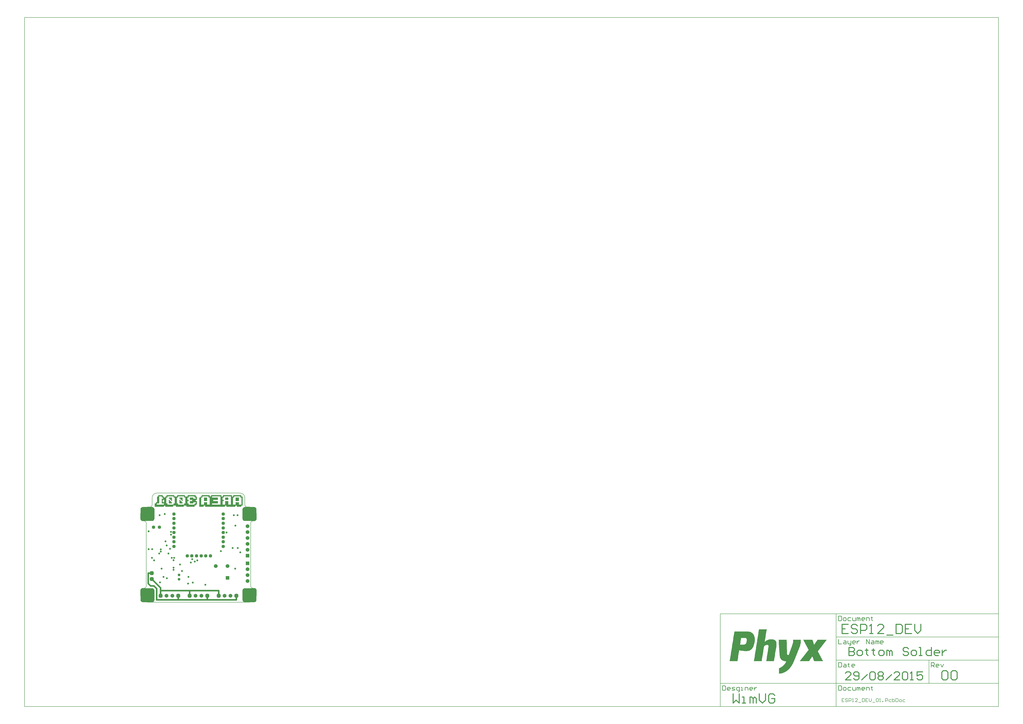
<source format=gbs>
G04 Layer_Color=16711935*
%FSLAX25Y25*%
%MOIN*%
G70*
G01*
G75*
%ADD10C,0.00787*%
%ADD14C,0.01575*%
%ADD40C,0.02756*%
%ADD41C,0.00984*%
%ADD78C,0.05709*%
%ADD79R,0.06496X0.06496*%
%ADD80C,0.06496*%
G04:AMPARAMS|DCode=81|XSize=64.96mil|YSize=64.96mil|CornerRadius=17.72mil|HoleSize=0mil|Usage=FLASHONLY|Rotation=180.000|XOffset=0mil|YOffset=0mil|HoleType=Round|Shape=RoundedRectangle|*
%AMROUNDEDRECTD81*
21,1,0.06496,0.02953,0,0,180.0*
21,1,0.02953,0.06496,0,0,180.0*
1,1,0.03543,-0.01476,0.01476*
1,1,0.03543,0.01476,0.01476*
1,1,0.03543,0.01476,-0.01476*
1,1,0.03543,-0.01476,-0.01476*
%
%ADD81ROUNDEDRECTD81*%
G04:AMPARAMS|DCode=82|XSize=64.96mil|YSize=64.96mil|CornerRadius=17.72mil|HoleSize=0mil|Usage=FLASHONLY|Rotation=90.000|XOffset=0mil|YOffset=0mil|HoleType=Round|Shape=RoundedRectangle|*
%AMROUNDEDRECTD82*
21,1,0.06496,0.02953,0,0,90.0*
21,1,0.02953,0.06496,0,0,90.0*
1,1,0.03543,0.01476,0.01476*
1,1,0.03543,0.01476,-0.01476*
1,1,0.03543,-0.01476,-0.01476*
1,1,0.03543,-0.01476,0.01476*
%
%ADD82ROUNDEDRECTD82*%
%ADD83C,0.06496*%
%ADD84R,0.06496X0.06496*%
%ADD85C,0.22441*%
%ADD86C,0.04528*%
%ADD88C,0.03150*%
G36*
X193941Y23521D02*
X194899Y23124D01*
X195721Y22493D01*
X196352Y21670D01*
X196749Y20713D01*
X196850Y19943D01*
Y19685D01*
Y3937D01*
Y3679D01*
X196749Y2909D01*
X196352Y1952D01*
X195721Y1129D01*
X194899Y498D01*
X193941Y101D01*
X193171Y0D01*
X176907D01*
X176138Y101D01*
X175180Y498D01*
X174357Y1129D01*
X173726Y1952D01*
X173330Y2909D01*
X173228Y3679D01*
Y3937D01*
Y19685D01*
Y19943D01*
X173330Y20713D01*
X173726Y21670D01*
X174357Y22493D01*
X175180Y23124D01*
X176138Y23521D01*
X176907Y23622D01*
X193171D01*
X193941Y23521D01*
D02*
G37*
G36*
X20713Y161316D02*
X21670Y160919D01*
X22493Y160288D01*
X23124Y159466D01*
X23521Y158508D01*
X23622Y157738D01*
Y157480D01*
Y141732D01*
Y141474D01*
X23521Y140705D01*
X23124Y139747D01*
X22493Y138924D01*
X21670Y138293D01*
X20713Y137897D01*
X19943Y137795D01*
X3679D01*
X2909Y137897D01*
X1952Y138293D01*
X1129Y138924D01*
X498Y139747D01*
X101Y140705D01*
X0Y141474D01*
Y141732D01*
Y157480D01*
Y157738D01*
X101Y158508D01*
X498Y159466D01*
X1129Y160288D01*
X1952Y160919D01*
X2909Y161316D01*
X3679Y161417D01*
X19943D01*
X20713Y161316D01*
D02*
G37*
G36*
X193941D02*
X194899Y160919D01*
X195721Y160288D01*
X196352Y159466D01*
X196749Y158508D01*
X196850Y157738D01*
Y157480D01*
Y141732D01*
Y141474D01*
X196749Y140705D01*
X196352Y139747D01*
X195721Y138924D01*
X194899Y138293D01*
X193941Y137897D01*
X193171Y137795D01*
X176907D01*
X176138Y137897D01*
X175180Y138293D01*
X174357Y138924D01*
X173726Y139747D01*
X173330Y140705D01*
X173228Y141474D01*
Y141732D01*
Y157480D01*
Y157738D01*
X173330Y158508D01*
X173726Y159466D01*
X174357Y160288D01*
X175180Y160919D01*
X176138Y161316D01*
X176907Y161417D01*
X193171D01*
X193941Y161316D01*
D02*
G37*
G36*
X20713Y23521D02*
X21670Y23124D01*
X22493Y22493D01*
X23124Y21670D01*
X23521Y20713D01*
X23622Y19943D01*
Y19685D01*
Y3937D01*
Y3679D01*
X23521Y2909D01*
X23124Y1952D01*
X22493Y1129D01*
X21670Y498D01*
X20713Y101D01*
X19943Y0D01*
X3679D01*
X2909Y101D01*
X1952Y498D01*
X1129Y1129D01*
X498Y1952D01*
X101Y2909D01*
X0Y3679D01*
Y3937D01*
Y19685D01*
Y19943D01*
X101Y20713D01*
X498Y21670D01*
X1129Y22493D01*
X1952Y23124D01*
X2909Y23521D01*
X3679Y23622D01*
X19943D01*
X20713Y23521D01*
D02*
G37*
G36*
X170987Y181176D02*
X171239D01*
Y180925D01*
X170987D01*
Y180674D01*
Y180423D01*
Y180172D01*
Y179921D01*
Y179669D01*
Y179418D01*
X171239D01*
Y179167D01*
X173248D01*
Y178916D01*
Y178665D01*
Y178414D01*
Y178163D01*
Y177911D01*
Y177660D01*
Y177409D01*
Y177158D01*
Y176907D01*
Y176656D01*
Y176405D01*
Y176154D01*
Y175902D01*
Y175651D01*
Y175400D01*
Y175149D01*
Y174898D01*
Y174647D01*
Y174396D01*
Y174144D01*
Y173893D01*
Y173642D01*
Y173391D01*
Y173140D01*
Y172889D01*
Y172637D01*
Y172386D01*
Y172135D01*
Y171884D01*
Y171633D01*
Y171382D01*
Y171131D01*
Y170879D01*
Y170628D01*
Y170377D01*
Y170126D01*
Y169875D01*
Y169624D01*
Y169373D01*
Y169122D01*
Y168870D01*
Y168619D01*
Y168368D01*
Y168117D01*
Y167866D01*
Y167615D01*
Y167364D01*
Y167112D01*
Y166861D01*
Y166610D01*
Y166359D01*
Y166108D01*
Y165857D01*
Y165605D01*
Y165354D01*
Y165103D01*
Y164852D01*
Y164601D01*
Y164350D01*
Y164099D01*
Y163847D01*
X171239D01*
Y163596D01*
X170987D01*
Y163345D01*
Y163094D01*
Y162843D01*
Y162592D01*
Y162341D01*
Y162090D01*
X171239D01*
Y161838D01*
X163453D01*
Y162090D01*
Y162341D01*
Y162592D01*
Y162843D01*
Y163094D01*
Y163345D01*
Y163596D01*
Y163847D01*
X161193D01*
Y163596D01*
Y163345D01*
Y163094D01*
Y162843D01*
Y162592D01*
Y162341D01*
Y162090D01*
Y161838D01*
X145622D01*
Y162090D01*
Y162341D01*
Y162592D01*
Y162843D01*
Y163094D01*
Y163345D01*
Y163596D01*
Y163847D01*
X143362D01*
Y163596D01*
Y163345D01*
Y163094D01*
Y162843D01*
Y162592D01*
Y162341D01*
Y162090D01*
Y161838D01*
X109708D01*
Y162090D01*
Y162341D01*
Y162592D01*
Y162843D01*
Y163094D01*
Y163345D01*
Y163596D01*
Y163847D01*
X107448D01*
Y163596D01*
X107197D01*
Y163345D01*
Y163094D01*
Y162843D01*
Y162592D01*
Y162341D01*
Y162090D01*
Y161838D01*
X99663D01*
Y162090D01*
Y162341D01*
Y162592D01*
Y162843D01*
Y163094D01*
Y163345D01*
Y163596D01*
Y163847D01*
Y164099D01*
Y164350D01*
Y164601D01*
Y164852D01*
Y165103D01*
Y165354D01*
Y165605D01*
Y165857D01*
Y166108D01*
Y166359D01*
Y166610D01*
Y166861D01*
Y167112D01*
Y167364D01*
Y167615D01*
Y167866D01*
Y168117D01*
Y168368D01*
Y168619D01*
Y168870D01*
Y169122D01*
Y169373D01*
Y169624D01*
Y169875D01*
Y170126D01*
Y170377D01*
Y170628D01*
Y170879D01*
Y171131D01*
Y171382D01*
Y171633D01*
Y171884D01*
Y172135D01*
Y172386D01*
Y172637D01*
Y172889D01*
Y173140D01*
Y173391D01*
Y173642D01*
Y173893D01*
Y174144D01*
Y174396D01*
Y174647D01*
Y174898D01*
Y175149D01*
Y175400D01*
Y175651D01*
Y175902D01*
Y176154D01*
Y176405D01*
Y176656D01*
Y176907D01*
Y177158D01*
Y177409D01*
X101672D01*
Y177660D01*
Y177911D01*
Y178163D01*
Y178414D01*
Y178665D01*
Y178916D01*
Y179167D01*
X103681D01*
Y179418D01*
Y179669D01*
Y179921D01*
Y180172D01*
Y180423D01*
Y180674D01*
Y180925D01*
Y181176D01*
Y181428D01*
X117243D01*
Y181176D01*
Y180925D01*
Y180674D01*
Y180423D01*
Y180172D01*
Y179921D01*
Y179669D01*
Y179418D01*
Y179167D01*
X117745D01*
Y179418D01*
X119252D01*
Y179167D01*
X119754D01*
Y179418D01*
Y179669D01*
Y179921D01*
Y180172D01*
Y180423D01*
Y180674D01*
Y180925D01*
Y181176D01*
Y181428D01*
X137334D01*
Y181176D01*
Y180925D01*
Y180674D01*
Y180423D01*
Y180172D01*
Y179921D01*
Y179669D01*
Y179418D01*
Y179167D01*
X139594D01*
Y179418D01*
Y179669D01*
Y179921D01*
Y180172D01*
Y180423D01*
Y180674D01*
Y180925D01*
Y181176D01*
Y181428D01*
X155165D01*
Y181176D01*
Y180925D01*
Y180674D01*
Y180423D01*
Y180172D01*
Y179921D01*
Y179669D01*
Y179418D01*
Y179167D01*
X157426D01*
Y179418D01*
Y179669D01*
Y179921D01*
Y180172D01*
Y180423D01*
Y180674D01*
Y180925D01*
Y181176D01*
Y181428D01*
X170987D01*
Y181176D01*
D02*
G37*
G36*
X93635D02*
Y180925D01*
Y180674D01*
Y180423D01*
Y180172D01*
Y179921D01*
Y179669D01*
Y179418D01*
Y179167D01*
X95644D01*
Y178916D01*
Y178665D01*
Y178414D01*
Y178163D01*
Y177911D01*
Y177660D01*
Y177409D01*
Y177158D01*
Y176907D01*
Y176656D01*
Y176405D01*
Y176154D01*
Y175902D01*
Y175651D01*
Y175400D01*
Y175149D01*
Y174898D01*
Y174647D01*
Y174396D01*
Y174144D01*
Y173893D01*
Y173642D01*
X93635D01*
Y173391D01*
Y173140D01*
Y172889D01*
Y172637D01*
Y172386D01*
Y172135D01*
Y171884D01*
Y171633D01*
Y171382D01*
X95644D01*
Y171131D01*
Y170879D01*
Y170628D01*
Y170377D01*
Y170126D01*
Y169875D01*
Y169624D01*
Y169373D01*
Y169122D01*
Y168870D01*
Y168619D01*
Y168368D01*
Y168117D01*
Y167866D01*
Y167615D01*
Y167364D01*
Y167112D01*
Y166861D01*
Y166610D01*
Y166359D01*
Y166108D01*
Y165857D01*
Y165605D01*
X93635D01*
Y165354D01*
Y165103D01*
Y164852D01*
Y164601D01*
Y164350D01*
Y164099D01*
Y163847D01*
Y163596D01*
X93384D01*
Y163847D01*
X91626D01*
Y163596D01*
Y163345D01*
Y163094D01*
Y162843D01*
Y162592D01*
Y162341D01*
Y162090D01*
Y161838D01*
X77813D01*
Y162090D01*
X78064D01*
Y162341D01*
Y162592D01*
Y162843D01*
Y163094D01*
Y163345D01*
Y163596D01*
X77813D01*
Y163847D01*
X73795D01*
Y163596D01*
X73544D01*
Y163345D01*
Y163094D01*
Y162843D01*
Y162592D01*
Y162341D01*
Y162090D01*
Y161838D01*
X59982D01*
Y162090D01*
Y162341D01*
Y162592D01*
Y162843D01*
Y163094D01*
Y163345D01*
Y163596D01*
Y163847D01*
X55713D01*
Y163596D01*
X55462D01*
Y163345D01*
Y163094D01*
Y162843D01*
Y162592D01*
Y162341D01*
Y162090D01*
Y161838D01*
X41900D01*
Y162090D01*
Y162341D01*
Y162592D01*
Y162843D01*
Y163094D01*
Y163345D01*
Y163596D01*
X39639D01*
Y163345D01*
Y163094D01*
Y162843D01*
Y162592D01*
Y162341D01*
Y162090D01*
Y161838D01*
X24069D01*
Y162090D01*
Y162341D01*
Y162592D01*
Y162843D01*
Y163094D01*
Y163345D01*
Y163596D01*
Y163847D01*
Y164099D01*
Y164350D01*
Y164601D01*
Y164852D01*
Y165103D01*
Y165354D01*
Y165605D01*
Y165857D01*
Y166108D01*
Y166359D01*
Y166610D01*
Y166861D01*
Y167112D01*
Y167364D01*
X26078D01*
Y167615D01*
Y167866D01*
Y168117D01*
Y168368D01*
Y168619D01*
Y168870D01*
Y169122D01*
Y169373D01*
X28087D01*
Y169624D01*
Y169875D01*
Y170126D01*
Y170377D01*
Y170628D01*
Y170879D01*
Y171131D01*
Y171382D01*
Y171633D01*
Y171884D01*
Y172135D01*
Y172386D01*
Y172637D01*
Y172889D01*
Y173140D01*
Y173391D01*
Y173642D01*
Y173893D01*
Y174144D01*
Y174396D01*
Y174647D01*
Y174898D01*
Y175149D01*
Y175400D01*
Y175651D01*
Y175902D01*
Y176154D01*
Y176405D01*
Y176656D01*
Y176907D01*
Y177158D01*
Y177409D01*
Y177660D01*
Y177911D01*
Y178163D01*
Y178414D01*
Y178665D01*
Y178916D01*
Y179167D01*
X29845D01*
Y179418D01*
X30096D01*
Y179669D01*
Y179921D01*
Y180172D01*
Y180423D01*
Y180674D01*
Y180925D01*
Y181176D01*
Y181428D01*
X37630D01*
Y181176D01*
Y180925D01*
Y180674D01*
Y180423D01*
Y180172D01*
Y179921D01*
Y179669D01*
Y179418D01*
Y179167D01*
X39639D01*
Y178916D01*
Y178665D01*
Y178414D01*
Y178163D01*
Y177911D01*
Y177660D01*
Y177409D01*
Y177158D01*
X39891D01*
Y177409D01*
X41900D01*
Y177660D01*
Y177911D01*
Y178163D01*
Y178414D01*
Y178665D01*
Y178916D01*
Y179167D01*
X43909D01*
Y179418D01*
Y179669D01*
Y179921D01*
Y180172D01*
Y180423D01*
Y180674D01*
Y180925D01*
Y181176D01*
Y181428D01*
X57471D01*
Y181176D01*
Y180925D01*
Y180674D01*
Y180423D01*
Y180172D01*
Y179921D01*
Y179669D01*
Y179418D01*
X57722D01*
Y179167D01*
X61991D01*
Y179418D01*
Y179669D01*
Y179921D01*
Y180172D01*
Y180423D01*
Y180674D01*
Y180925D01*
Y181176D01*
Y181428D01*
X75553D01*
Y181176D01*
Y180925D01*
Y180674D01*
Y180423D01*
Y180172D01*
Y179921D01*
Y179669D01*
Y179418D01*
X75804D01*
Y179167D01*
X79822D01*
Y179418D01*
X80073D01*
Y179669D01*
Y179921D01*
Y180172D01*
Y180423D01*
Y180674D01*
Y180925D01*
X79822D01*
Y181176D01*
X80073D01*
Y181428D01*
X93635D01*
Y181176D01*
D02*
G37*
%LPC*%
G36*
X153407Y179669D02*
X141352D01*
Y179418D01*
Y179167D01*
Y178916D01*
Y178665D01*
Y178414D01*
Y178163D01*
Y177911D01*
Y177660D01*
X139343D01*
Y177409D01*
Y177158D01*
Y176907D01*
Y176656D01*
Y176405D01*
Y176154D01*
Y175902D01*
Y175651D01*
Y175400D01*
Y175149D01*
Y174898D01*
Y174647D01*
Y174396D01*
Y174144D01*
Y173893D01*
Y173642D01*
Y173391D01*
X141352D01*
Y173140D01*
Y172889D01*
Y172637D01*
Y172386D01*
Y172135D01*
Y171884D01*
Y171633D01*
X139092D01*
Y171382D01*
X139343D01*
Y171131D01*
Y170879D01*
Y170628D01*
Y170377D01*
Y170126D01*
Y169875D01*
Y169624D01*
Y169373D01*
Y169122D01*
Y168870D01*
Y168619D01*
Y168368D01*
Y168117D01*
Y167866D01*
Y167615D01*
Y167364D01*
Y167112D01*
Y166861D01*
Y166610D01*
Y166359D01*
Y166108D01*
Y165857D01*
Y165605D01*
Y165354D01*
X143613D01*
Y165605D01*
Y165857D01*
Y166108D01*
Y166359D01*
Y166610D01*
Y166861D01*
Y167112D01*
Y167364D01*
Y167615D01*
Y167866D01*
Y168117D01*
Y168368D01*
Y168619D01*
Y168870D01*
Y169122D01*
Y169373D01*
Y169624D01*
Y169875D01*
Y170126D01*
Y170377D01*
Y170628D01*
Y170879D01*
Y171131D01*
Y171382D01*
X149138D01*
Y171131D01*
Y170879D01*
Y170628D01*
Y170377D01*
Y170126D01*
Y169875D01*
Y169624D01*
Y169373D01*
Y169122D01*
Y168870D01*
Y168619D01*
Y168368D01*
Y168117D01*
Y167866D01*
Y167615D01*
Y167364D01*
Y167112D01*
Y166861D01*
Y166610D01*
Y166359D01*
Y166108D01*
Y165857D01*
Y165605D01*
Y165354D01*
X153407D01*
Y165605D01*
Y165857D01*
Y166108D01*
Y166359D01*
Y166610D01*
Y166861D01*
Y167112D01*
Y167364D01*
Y167615D01*
Y167866D01*
Y168117D01*
Y168368D01*
Y168619D01*
Y168870D01*
Y169122D01*
Y169373D01*
Y169624D01*
Y169875D01*
Y170126D01*
Y170377D01*
Y170628D01*
Y170879D01*
Y171131D01*
Y171382D01*
Y171633D01*
Y171884D01*
Y172135D01*
Y172386D01*
Y172637D01*
Y172889D01*
Y173140D01*
Y173391D01*
Y173642D01*
Y173893D01*
Y174144D01*
Y174396D01*
Y174647D01*
Y174898D01*
Y175149D01*
Y175400D01*
Y175651D01*
Y175902D01*
Y176154D01*
Y176405D01*
Y176656D01*
Y176907D01*
Y177158D01*
Y177409D01*
Y177660D01*
Y177911D01*
Y178163D01*
Y178414D01*
Y178665D01*
Y178916D01*
Y179167D01*
Y179418D01*
Y179669D01*
D02*
G37*
G36*
X169481D02*
X159184D01*
Y179418D01*
Y179167D01*
Y178916D01*
Y178665D01*
Y178414D01*
Y178163D01*
Y177911D01*
Y177660D01*
X157175D01*
Y177409D01*
Y177158D01*
Y176907D01*
Y176656D01*
Y176405D01*
Y176154D01*
Y175902D01*
Y175651D01*
Y175400D01*
Y175149D01*
Y174898D01*
Y174647D01*
Y174396D01*
Y174144D01*
Y173893D01*
Y173642D01*
Y173391D01*
Y173140D01*
Y172889D01*
Y172637D01*
Y172386D01*
Y172135D01*
Y171884D01*
Y171633D01*
Y171382D01*
Y171131D01*
Y170879D01*
Y170628D01*
Y170377D01*
Y170126D01*
Y169875D01*
Y169624D01*
Y169373D01*
Y169122D01*
Y168870D01*
Y168619D01*
Y168368D01*
Y168117D01*
Y167866D01*
Y167615D01*
Y167364D01*
Y167112D01*
Y166861D01*
Y166610D01*
Y166359D01*
Y166108D01*
Y165857D01*
Y165605D01*
Y165354D01*
X161444D01*
Y165605D01*
Y165857D01*
Y166108D01*
Y166359D01*
Y166610D01*
Y166861D01*
Y167112D01*
Y167364D01*
Y167615D01*
Y167866D01*
Y168117D01*
Y168368D01*
Y168619D01*
Y168870D01*
Y169122D01*
Y169373D01*
X167220D01*
Y169122D01*
Y168870D01*
X166969D01*
Y168619D01*
Y168368D01*
Y168117D01*
Y167866D01*
Y167615D01*
Y167364D01*
Y167112D01*
Y166861D01*
Y166610D01*
Y166359D01*
Y166108D01*
Y165857D01*
Y165605D01*
X167220D01*
Y165354D01*
X171490D01*
Y165605D01*
Y165857D01*
Y166108D01*
Y166359D01*
Y166610D01*
Y166861D01*
Y167112D01*
Y167364D01*
Y167615D01*
Y167866D01*
Y168117D01*
Y168368D01*
Y168619D01*
Y168870D01*
Y169122D01*
Y169373D01*
Y169624D01*
Y169875D01*
Y170126D01*
Y170377D01*
Y170628D01*
Y170879D01*
Y171131D01*
Y171382D01*
Y171633D01*
Y171884D01*
Y172135D01*
Y172386D01*
Y172637D01*
Y172889D01*
Y173140D01*
Y173391D01*
Y173642D01*
Y173893D01*
Y174144D01*
Y174396D01*
Y174647D01*
Y174898D01*
Y175149D01*
Y175400D01*
Y175651D01*
Y175902D01*
Y176154D01*
Y176405D01*
Y176656D01*
Y176907D01*
Y177158D01*
Y177409D01*
Y177660D01*
X169481D01*
Y177911D01*
Y178163D01*
Y178414D01*
Y178665D01*
Y178916D01*
Y179167D01*
Y179418D01*
Y179669D01*
D02*
G37*
G36*
X115485D02*
X105188D01*
Y179418D01*
Y179167D01*
Y178916D01*
Y178665D01*
Y178414D01*
Y178163D01*
Y177911D01*
X105439D01*
Y177660D01*
X103430D01*
Y177409D01*
X103179D01*
Y177158D01*
Y176907D01*
Y176656D01*
Y176405D01*
Y176154D01*
Y175902D01*
Y175651D01*
Y175400D01*
Y175149D01*
Y174898D01*
Y174647D01*
Y174396D01*
Y174144D01*
Y173893D01*
Y173642D01*
Y173391D01*
Y173140D01*
Y172889D01*
Y172637D01*
Y172386D01*
Y172135D01*
Y171884D01*
Y171633D01*
Y171382D01*
Y171131D01*
Y170879D01*
Y170628D01*
Y170377D01*
Y170126D01*
Y169875D01*
Y169624D01*
Y169373D01*
Y169122D01*
Y168870D01*
Y168619D01*
Y168368D01*
Y168117D01*
Y167866D01*
Y167615D01*
Y167364D01*
Y167112D01*
Y166861D01*
Y166610D01*
Y166359D01*
Y166108D01*
Y165857D01*
Y165605D01*
Y165354D01*
X107699D01*
Y165605D01*
Y165857D01*
Y166108D01*
Y166359D01*
Y166610D01*
Y166861D01*
Y167112D01*
Y167364D01*
Y167615D01*
Y167866D01*
Y168117D01*
Y168368D01*
Y168619D01*
Y168870D01*
Y169122D01*
Y169373D01*
X113224D01*
Y169122D01*
Y168870D01*
Y168619D01*
Y168368D01*
Y168117D01*
Y167866D01*
Y167615D01*
Y167364D01*
Y167112D01*
Y166861D01*
Y166610D01*
Y166359D01*
Y166108D01*
Y165857D01*
Y165605D01*
Y165354D01*
X117494D01*
Y165605D01*
Y165857D01*
Y166108D01*
Y166359D01*
Y166610D01*
Y166861D01*
Y167112D01*
Y167364D01*
Y167615D01*
Y167866D01*
Y168117D01*
Y168368D01*
Y168619D01*
Y168870D01*
Y169122D01*
Y169373D01*
Y169624D01*
Y169875D01*
Y170126D01*
Y170377D01*
Y170628D01*
Y170879D01*
Y171131D01*
Y171382D01*
Y171633D01*
Y171884D01*
Y172135D01*
Y172386D01*
Y172637D01*
Y172889D01*
Y173140D01*
Y173391D01*
Y173642D01*
Y173893D01*
Y174144D01*
Y174396D01*
Y174647D01*
Y174898D01*
Y175149D01*
Y175400D01*
Y175651D01*
Y175902D01*
Y176154D01*
Y176405D01*
Y176656D01*
Y176907D01*
Y177158D01*
Y177409D01*
Y177660D01*
X115485D01*
Y177911D01*
Y178163D01*
Y178414D01*
Y178665D01*
Y178916D01*
Y179167D01*
Y179418D01*
Y179669D01*
D02*
G37*
G36*
X135576D02*
X121261D01*
Y179418D01*
Y179167D01*
Y178916D01*
Y178665D01*
Y178414D01*
Y178163D01*
Y177911D01*
Y177660D01*
Y177409D01*
X131307D01*
Y177158D01*
Y176907D01*
Y176656D01*
Y176405D01*
Y176154D01*
Y175902D01*
Y175651D01*
Y175400D01*
Y175149D01*
Y174898D01*
Y174647D01*
Y174396D01*
Y174144D01*
Y173893D01*
Y173642D01*
X123270D01*
Y173391D01*
Y173140D01*
Y172889D01*
Y172637D01*
Y172386D01*
Y172135D01*
Y171884D01*
Y171633D01*
Y171382D01*
X131307D01*
Y171131D01*
Y170879D01*
Y170628D01*
Y170377D01*
Y170126D01*
Y169875D01*
Y169624D01*
Y169373D01*
Y169122D01*
Y168870D01*
Y168619D01*
Y168368D01*
Y168117D01*
Y167866D01*
Y167615D01*
X121261D01*
Y167364D01*
Y167112D01*
Y166861D01*
Y166610D01*
Y166359D01*
Y166108D01*
Y165857D01*
Y165605D01*
Y165354D01*
X135576D01*
Y165605D01*
Y165857D01*
Y166108D01*
Y166359D01*
Y166610D01*
Y166861D01*
Y167112D01*
Y167364D01*
Y167615D01*
Y167866D01*
Y168117D01*
Y168368D01*
Y168619D01*
Y168870D01*
Y169122D01*
Y169373D01*
Y169624D01*
Y169875D01*
Y170126D01*
Y170377D01*
Y170628D01*
Y170879D01*
Y171131D01*
Y171382D01*
Y171633D01*
Y171884D01*
Y172135D01*
Y172386D01*
Y172637D01*
Y172889D01*
Y173140D01*
Y173391D01*
Y173642D01*
Y173893D01*
Y174144D01*
Y174396D01*
Y174647D01*
Y174898D01*
Y175149D01*
Y175400D01*
Y175651D01*
Y175902D01*
Y176154D01*
Y176405D01*
Y176656D01*
Y176907D01*
Y177158D01*
Y177409D01*
Y177660D01*
Y177911D01*
Y178163D01*
Y178414D01*
Y178665D01*
Y178916D01*
Y179167D01*
Y179418D01*
Y179669D01*
D02*
G37*
G36*
X74046D02*
X63749D01*
Y179418D01*
Y179167D01*
Y178916D01*
Y178665D01*
Y178414D01*
Y178163D01*
Y177911D01*
Y177660D01*
X61740D01*
Y177409D01*
Y177158D01*
Y176907D01*
Y176656D01*
Y176405D01*
Y176154D01*
Y175902D01*
Y175651D01*
Y175400D01*
Y175149D01*
Y174898D01*
Y174647D01*
Y174396D01*
Y174144D01*
Y173893D01*
Y173642D01*
Y173391D01*
Y173140D01*
Y172889D01*
Y172637D01*
Y172386D01*
Y172135D01*
Y171884D01*
Y171633D01*
Y171382D01*
Y171131D01*
Y170879D01*
Y170628D01*
Y170377D01*
Y170126D01*
Y169875D01*
Y169624D01*
Y169373D01*
Y169122D01*
Y168870D01*
Y168619D01*
Y168368D01*
Y168117D01*
Y167866D01*
Y167615D01*
Y167364D01*
X63749D01*
Y167112D01*
Y166861D01*
Y166610D01*
Y166359D01*
Y166108D01*
Y165857D01*
Y165605D01*
Y165354D01*
X74046D01*
Y165605D01*
Y165857D01*
Y166108D01*
Y166359D01*
Y166610D01*
Y166861D01*
Y167112D01*
Y167364D01*
X75804D01*
Y167615D01*
X76055D01*
Y167866D01*
Y168117D01*
Y168368D01*
Y168619D01*
Y168870D01*
Y169122D01*
Y169373D01*
Y169624D01*
Y169875D01*
Y170126D01*
Y170377D01*
Y170628D01*
Y170879D01*
Y171131D01*
Y171382D01*
Y171633D01*
Y171884D01*
Y172135D01*
Y172386D01*
Y172637D01*
Y172889D01*
Y173140D01*
Y173391D01*
Y173642D01*
Y173893D01*
Y174144D01*
Y174396D01*
Y174647D01*
Y174898D01*
Y175149D01*
Y175400D01*
Y175651D01*
Y175902D01*
Y176154D01*
Y176405D01*
Y176656D01*
Y176907D01*
Y177158D01*
Y177409D01*
Y177660D01*
X74046D01*
Y177911D01*
Y178163D01*
Y178414D01*
Y178665D01*
Y178916D01*
Y179167D01*
Y179418D01*
Y179669D01*
D02*
G37*
G36*
X36123D02*
X31603D01*
Y179418D01*
Y179167D01*
Y178916D01*
Y178665D01*
Y178414D01*
Y178163D01*
Y177911D01*
Y177660D01*
Y177409D01*
Y177158D01*
Y176907D01*
Y176656D01*
Y176405D01*
Y176154D01*
Y175902D01*
Y175651D01*
Y175400D01*
Y175149D01*
Y174898D01*
Y174647D01*
Y174396D01*
Y174144D01*
Y173893D01*
Y173642D01*
Y173391D01*
Y173140D01*
Y172889D01*
Y172637D01*
Y172386D01*
Y172135D01*
Y171884D01*
Y171633D01*
Y171382D01*
Y171131D01*
Y170879D01*
Y170628D01*
Y170377D01*
Y170126D01*
Y169875D01*
Y169624D01*
Y169373D01*
Y169122D01*
Y168870D01*
Y168619D01*
Y168368D01*
Y168117D01*
Y167866D01*
X31854D01*
Y167615D01*
X27836D01*
Y167364D01*
X27585D01*
Y167112D01*
Y166861D01*
Y166610D01*
Y166359D01*
Y166108D01*
Y165857D01*
Y165605D01*
Y165354D01*
X39891D01*
Y165605D01*
Y165857D01*
Y166108D01*
Y166359D01*
Y166610D01*
Y166861D01*
Y167112D01*
Y167364D01*
Y167615D01*
X35872D01*
Y167866D01*
X36123D01*
Y168117D01*
Y168368D01*
Y168619D01*
Y168870D01*
Y169122D01*
Y169373D01*
Y169624D01*
Y169875D01*
Y170126D01*
Y170377D01*
Y170628D01*
Y170879D01*
Y171131D01*
Y171382D01*
Y171633D01*
Y171884D01*
Y172135D01*
Y172386D01*
Y172637D01*
Y172889D01*
Y173140D01*
Y173391D01*
Y173642D01*
Y173893D01*
Y174144D01*
Y174396D01*
Y174647D01*
Y174898D01*
Y175149D01*
X35872D01*
Y175400D01*
X38133D01*
Y175651D01*
Y175902D01*
Y176154D01*
Y176405D01*
Y176656D01*
Y176907D01*
Y177158D01*
Y177409D01*
X37881D01*
Y177660D01*
X35872D01*
Y177911D01*
X36123D01*
Y178163D01*
Y178414D01*
Y178665D01*
Y178916D01*
Y179167D01*
Y179418D01*
Y179669D01*
D02*
G37*
G36*
X91877D02*
X81580D01*
Y179418D01*
Y179167D01*
Y178916D01*
Y178665D01*
Y178414D01*
Y178163D01*
Y177911D01*
Y177660D01*
X79571D01*
Y177409D01*
Y177158D01*
Y176907D01*
Y176656D01*
Y176405D01*
Y176154D01*
Y175902D01*
Y175651D01*
Y175400D01*
Y175149D01*
Y174898D01*
Y174647D01*
Y174396D01*
Y174144D01*
Y173893D01*
Y173642D01*
Y173391D01*
X81580D01*
Y173140D01*
Y172889D01*
Y172637D01*
Y172386D01*
Y172135D01*
Y171884D01*
Y171633D01*
X79571D01*
Y171382D01*
Y171131D01*
Y170879D01*
Y170628D01*
Y170377D01*
Y170126D01*
Y169875D01*
Y169624D01*
Y169373D01*
Y169122D01*
Y168870D01*
Y168619D01*
Y168368D01*
Y168117D01*
Y167866D01*
Y167615D01*
Y167364D01*
X81580D01*
Y167112D01*
Y166861D01*
Y166610D01*
Y166359D01*
Y166108D01*
Y165857D01*
Y165605D01*
Y165354D01*
X91877D01*
Y165605D01*
Y165857D01*
Y166108D01*
Y166359D01*
Y166610D01*
Y166861D01*
Y167112D01*
Y167364D01*
X93886D01*
Y167615D01*
Y167866D01*
Y168117D01*
Y168368D01*
Y168619D01*
Y168870D01*
Y169122D01*
Y169373D01*
Y169624D01*
X89617D01*
Y169373D01*
Y169122D01*
Y168870D01*
Y168619D01*
Y168368D01*
Y168117D01*
Y167866D01*
Y167615D01*
X83841D01*
Y167866D01*
Y168117D01*
Y168368D01*
Y168619D01*
Y168870D01*
Y169122D01*
Y169373D01*
Y169624D01*
Y169875D01*
Y170126D01*
Y170377D01*
Y170628D01*
Y170879D01*
Y171131D01*
Y171382D01*
X87859D01*
Y171633D01*
Y171884D01*
Y172135D01*
Y172386D01*
Y172637D01*
Y172889D01*
Y173140D01*
Y173391D01*
Y173642D01*
X83841D01*
Y173893D01*
Y174144D01*
Y174396D01*
Y174647D01*
Y174898D01*
Y175149D01*
Y175400D01*
Y175651D01*
Y175902D01*
Y176154D01*
Y176405D01*
Y176656D01*
Y176907D01*
Y177158D01*
Y177409D01*
X89617D01*
Y177158D01*
Y176907D01*
Y176656D01*
Y176405D01*
Y176154D01*
Y175902D01*
Y175651D01*
Y175400D01*
X93886D01*
Y175651D01*
Y175902D01*
Y176154D01*
Y176405D01*
Y176656D01*
Y176907D01*
Y177158D01*
Y177409D01*
Y177660D01*
X91877D01*
Y177911D01*
Y178163D01*
Y178414D01*
Y178665D01*
Y178916D01*
Y179167D01*
Y179418D01*
Y179669D01*
D02*
G37*
G36*
X55964D02*
X45667D01*
Y179418D01*
Y179167D01*
Y178916D01*
Y178665D01*
Y178414D01*
Y178163D01*
Y177911D01*
Y177660D01*
X43658D01*
Y177409D01*
Y177158D01*
Y176907D01*
Y176656D01*
Y176405D01*
Y176154D01*
Y175902D01*
Y175651D01*
Y175400D01*
Y175149D01*
Y174898D01*
Y174647D01*
Y174396D01*
Y174144D01*
Y173893D01*
Y173642D01*
Y173391D01*
Y173140D01*
Y172889D01*
Y172637D01*
Y172386D01*
Y172135D01*
Y171884D01*
Y171633D01*
Y171382D01*
Y171131D01*
Y170879D01*
Y170628D01*
Y170377D01*
Y170126D01*
Y169875D01*
Y169624D01*
Y169373D01*
Y169122D01*
Y168870D01*
Y168619D01*
Y168368D01*
Y168117D01*
Y167866D01*
Y167615D01*
Y167364D01*
X45667D01*
Y167112D01*
Y166861D01*
Y166610D01*
Y166359D01*
Y166108D01*
Y165857D01*
Y165605D01*
Y165354D01*
X55964D01*
Y165605D01*
Y165857D01*
Y166108D01*
Y166359D01*
Y166610D01*
Y166861D01*
Y167112D01*
Y167364D01*
X57973D01*
Y167615D01*
Y167866D01*
Y168117D01*
Y168368D01*
Y168619D01*
Y168870D01*
Y169122D01*
Y169373D01*
Y169624D01*
Y169875D01*
Y170126D01*
Y170377D01*
Y170628D01*
Y170879D01*
Y171131D01*
Y171382D01*
Y171633D01*
Y171884D01*
Y172135D01*
Y172386D01*
Y172637D01*
Y172889D01*
Y173140D01*
Y173391D01*
Y173642D01*
Y173893D01*
Y174144D01*
Y174396D01*
Y174647D01*
Y174898D01*
Y175149D01*
Y175400D01*
Y175651D01*
Y175902D01*
Y176154D01*
Y176405D01*
Y176656D01*
Y176907D01*
Y177158D01*
Y177409D01*
Y177660D01*
X55964D01*
Y177911D01*
Y178163D01*
Y178414D01*
Y178665D01*
Y178916D01*
Y179167D01*
Y179418D01*
Y179669D01*
D02*
G37*
G36*
X40142Y173642D02*
X37630D01*
Y173391D01*
Y173140D01*
Y172889D01*
Y172637D01*
Y172386D01*
Y172135D01*
Y171884D01*
Y171633D01*
Y171382D01*
Y171131D01*
Y170879D01*
Y170628D01*
Y170377D01*
Y170126D01*
Y169875D01*
Y169624D01*
Y169373D01*
X40142D01*
Y169624D01*
Y169875D01*
Y170126D01*
Y170377D01*
Y170628D01*
Y170879D01*
Y171131D01*
Y171382D01*
Y171633D01*
Y171884D01*
Y172135D01*
Y172386D01*
Y172637D01*
Y172889D01*
Y173140D01*
Y173391D01*
Y173642D01*
D02*
G37*
%LPD*%
G36*
X113224Y177158D02*
Y176907D01*
Y176656D01*
Y176405D01*
Y176154D01*
Y175902D01*
Y175651D01*
Y175400D01*
Y175149D01*
Y174898D01*
Y174647D01*
Y174396D01*
Y174144D01*
Y173893D01*
Y173642D01*
Y173391D01*
Y173140D01*
Y172889D01*
Y172637D01*
Y172386D01*
Y172135D01*
Y171884D01*
Y171633D01*
X107699D01*
Y171884D01*
Y172135D01*
Y172386D01*
Y172637D01*
Y172889D01*
Y173140D01*
Y173391D01*
Y173642D01*
Y173893D01*
Y174144D01*
Y174396D01*
Y174647D01*
Y174898D01*
Y175149D01*
Y175400D01*
Y175651D01*
Y175902D01*
Y176154D01*
Y176405D01*
Y176656D01*
Y176907D01*
Y177158D01*
Y177409D01*
X113224D01*
Y177158D01*
D02*
G37*
G36*
X167220D02*
Y176907D01*
X166969D01*
Y176656D01*
Y176405D01*
Y176154D01*
Y175902D01*
Y175651D01*
Y175400D01*
Y175149D01*
Y174898D01*
Y174647D01*
Y174396D01*
Y174144D01*
Y173893D01*
Y173642D01*
Y173391D01*
Y173140D01*
Y172889D01*
Y172637D01*
Y172386D01*
Y172135D01*
X167220D01*
Y171884D01*
Y171633D01*
X161444D01*
Y171884D01*
Y172135D01*
Y172386D01*
Y172637D01*
Y172889D01*
Y173140D01*
Y173391D01*
Y173642D01*
Y173893D01*
Y174144D01*
Y174396D01*
Y174647D01*
Y174898D01*
Y175149D01*
Y175400D01*
Y175651D01*
Y175902D01*
Y176154D01*
Y176405D01*
Y176656D01*
Y176907D01*
Y177158D01*
Y177409D01*
X167220D01*
Y177158D01*
D02*
G37*
G36*
X149138D02*
Y176907D01*
Y176656D01*
Y176405D01*
Y176154D01*
Y175902D01*
Y175651D01*
Y175400D01*
Y175149D01*
Y174898D01*
Y174647D01*
Y174396D01*
Y174144D01*
Y173893D01*
Y173642D01*
X143613D01*
Y173893D01*
Y174144D01*
Y174396D01*
Y174647D01*
Y174898D01*
Y175149D01*
Y175400D01*
Y175651D01*
Y175902D01*
Y176154D01*
Y176405D01*
Y176656D01*
Y176907D01*
Y177158D01*
Y177409D01*
X149138D01*
Y177158D01*
D02*
G37*
G36*
X71535D02*
Y176907D01*
Y176656D01*
Y176405D01*
Y176154D01*
Y175902D01*
Y175651D01*
Y175400D01*
Y175149D01*
Y174898D01*
Y174647D01*
Y174396D01*
Y174144D01*
Y173893D01*
Y173642D01*
Y173391D01*
Y173140D01*
Y172889D01*
Y172637D01*
Y172386D01*
Y172135D01*
Y171884D01*
Y171633D01*
X70028D01*
Y171884D01*
Y172135D01*
Y172386D01*
Y172637D01*
Y172889D01*
Y173140D01*
Y173391D01*
Y173642D01*
X68019D01*
Y173893D01*
Y174144D01*
Y174396D01*
Y174647D01*
Y174898D01*
Y175149D01*
Y175400D01*
Y175651D01*
X66009D01*
Y175902D01*
Y176154D01*
Y176405D01*
Y176656D01*
Y176907D01*
Y177158D01*
Y177409D01*
X71535D01*
Y177158D01*
D02*
G37*
G36*
X49685Y173140D02*
Y172889D01*
Y172637D01*
Y172386D01*
Y172135D01*
Y171884D01*
Y171633D01*
Y171382D01*
X51694D01*
Y171131D01*
Y170879D01*
Y170628D01*
Y170377D01*
Y170126D01*
Y169875D01*
Y169624D01*
Y169373D01*
X53452D01*
Y169122D01*
Y168870D01*
Y168619D01*
Y168368D01*
Y168117D01*
Y167866D01*
Y167615D01*
X47927D01*
Y167866D01*
Y168117D01*
Y168368D01*
Y168619D01*
Y168870D01*
Y169122D01*
Y169373D01*
Y169624D01*
Y169875D01*
Y170126D01*
Y170377D01*
Y170628D01*
Y170879D01*
Y171131D01*
Y171382D01*
Y171633D01*
Y171884D01*
Y172135D01*
Y172386D01*
Y172637D01*
Y172889D01*
Y173140D01*
Y173391D01*
X49685D01*
Y173140D01*
D02*
G37*
G36*
X67768D02*
Y172889D01*
Y172637D01*
Y172386D01*
Y172135D01*
Y171884D01*
Y171633D01*
Y171382D01*
X69777D01*
Y171131D01*
Y170879D01*
Y170628D01*
Y170377D01*
Y170126D01*
Y169875D01*
Y169624D01*
Y169373D01*
X71535D01*
Y169122D01*
Y168870D01*
Y168619D01*
Y168368D01*
Y168117D01*
Y167866D01*
Y167615D01*
X66009D01*
Y167866D01*
Y168117D01*
Y168368D01*
Y168619D01*
Y168870D01*
Y169122D01*
Y169373D01*
Y169624D01*
Y169875D01*
Y170126D01*
Y170377D01*
Y170628D01*
Y170879D01*
Y171131D01*
Y171382D01*
Y171633D01*
Y171884D01*
Y172135D01*
Y172386D01*
Y172637D01*
Y172889D01*
Y173140D01*
Y173391D01*
X67768D01*
Y173140D01*
D02*
G37*
G36*
X53452Y177158D02*
Y176907D01*
Y176656D01*
Y176405D01*
Y176154D01*
Y175902D01*
Y175651D01*
Y175400D01*
Y175149D01*
Y174898D01*
Y174647D01*
Y174396D01*
Y174144D01*
Y173893D01*
Y173642D01*
Y173391D01*
Y173140D01*
Y172889D01*
Y172637D01*
Y172386D01*
Y172135D01*
Y171884D01*
Y171633D01*
X51946D01*
Y171884D01*
Y172135D01*
Y172386D01*
Y172637D01*
Y172889D01*
Y173140D01*
Y173391D01*
Y173642D01*
X49936D01*
Y173893D01*
Y174144D01*
Y174396D01*
Y174647D01*
Y174898D01*
Y175149D01*
Y175400D01*
Y175651D01*
X47927D01*
Y175902D01*
Y176154D01*
Y176405D01*
Y176656D01*
Y176907D01*
Y177158D01*
Y177409D01*
X53452D01*
Y177158D01*
D02*
G37*
G36*
X1121080Y-64032D02*
Y-64318D01*
Y-64605D01*
Y-64891D01*
Y-65177D01*
Y-65464D01*
Y-65750D01*
Y-66036D01*
Y-66322D01*
Y-66609D01*
Y-66895D01*
Y-67181D01*
Y-67468D01*
Y-67754D01*
Y-68040D01*
Y-68327D01*
Y-68613D01*
Y-68899D01*
Y-69186D01*
Y-69472D01*
Y-69758D01*
X1120793D01*
Y-70044D01*
Y-70331D01*
Y-70617D01*
Y-70903D01*
Y-71190D01*
X1120507D01*
Y-71476D01*
Y-71762D01*
Y-72049D01*
Y-72335D01*
X1120221D01*
Y-72621D01*
Y-72908D01*
Y-73194D01*
Y-73480D01*
X1119934D01*
Y-73767D01*
Y-74053D01*
Y-74339D01*
X1119648D01*
Y-74625D01*
Y-74912D01*
Y-75198D01*
X1119362D01*
Y-75485D01*
Y-75771D01*
Y-76057D01*
X1119075D01*
Y-76343D01*
Y-76630D01*
Y-76916D01*
X1118789D01*
Y-77202D01*
Y-77489D01*
X1118503D01*
Y-77775D01*
Y-78061D01*
X1118217D01*
Y-78348D01*
Y-78634D01*
Y-78920D01*
X1117930D01*
Y-79207D01*
Y-79493D01*
X1117644D01*
Y-79779D01*
Y-80066D01*
Y-80352D01*
X1117358D01*
Y-80638D01*
Y-80924D01*
X1117071D01*
Y-81211D01*
Y-81497D01*
Y-81783D01*
X1116785D01*
Y-82070D01*
Y-82356D01*
X1116499D01*
Y-82642D01*
Y-82929D01*
Y-83215D01*
X1116212D01*
Y-83501D01*
Y-83788D01*
X1115926D01*
Y-84074D01*
Y-84360D01*
Y-84646D01*
X1115640D01*
Y-84933D01*
Y-85219D01*
X1115353D01*
Y-85505D01*
Y-85792D01*
Y-86078D01*
X1115067D01*
Y-86364D01*
Y-86651D01*
X1114781D01*
Y-86937D01*
Y-87223D01*
Y-87510D01*
X1114494D01*
Y-87796D01*
Y-88082D01*
X1114208D01*
Y-88369D01*
Y-88655D01*
Y-88941D01*
X1113922D01*
Y-89227D01*
Y-89514D01*
X1113636D01*
Y-89800D01*
Y-90086D01*
Y-90373D01*
X1113349D01*
Y-90659D01*
Y-90945D01*
X1113063D01*
Y-91232D01*
Y-91518D01*
Y-91804D01*
X1112776D01*
Y-92091D01*
Y-92377D01*
X1112490D01*
Y-92663D01*
Y-92950D01*
Y-93236D01*
X1112204D01*
Y-93522D01*
Y-93809D01*
X1111918D01*
Y-94095D01*
Y-94381D01*
Y-94667D01*
X1111631D01*
Y-94954D01*
Y-95240D01*
X1111345D01*
Y-95526D01*
Y-95813D01*
Y-96099D01*
X1111059D01*
Y-96385D01*
Y-96672D01*
X1110772D01*
Y-96958D01*
Y-97244D01*
Y-97531D01*
X1110486D01*
Y-97817D01*
Y-98103D01*
X1110200D01*
Y-98390D01*
Y-98676D01*
Y-98962D01*
X1109913D01*
Y-99248D01*
Y-99535D01*
X1109627D01*
Y-99821D01*
Y-100107D01*
Y-100394D01*
X1109341D01*
Y-100680D01*
Y-100966D01*
X1109054D01*
Y-101253D01*
Y-101539D01*
X1108768D01*
Y-101825D01*
Y-102112D01*
X1108482D01*
Y-102398D01*
Y-102684D01*
Y-102971D01*
X1108195D01*
Y-103257D01*
X1107909D01*
Y-103543D01*
Y-103829D01*
Y-104116D01*
X1107623D01*
Y-104402D01*
X1107337D01*
Y-104688D01*
Y-104975D01*
X1107050D01*
Y-105261D01*
Y-105547D01*
X1106764D01*
Y-105834D01*
Y-106120D01*
X1106478D01*
Y-106406D01*
Y-106693D01*
X1106191D01*
Y-106979D01*
X1105905D01*
Y-107265D01*
Y-107552D01*
X1105619D01*
Y-107838D01*
Y-108124D01*
X1105332D01*
Y-108411D01*
X1105046D01*
Y-108697D01*
X1104760D01*
Y-108983D01*
Y-109269D01*
X1104473D01*
Y-109556D01*
X1104187D01*
Y-109842D01*
Y-110128D01*
X1103901D01*
Y-110415D01*
X1103615D01*
Y-110701D01*
X1103328D01*
Y-110987D01*
Y-111274D01*
X1103042D01*
Y-111560D01*
X1102756D01*
Y-111846D01*
X1102469D01*
Y-112133D01*
X1102183D01*
Y-112419D01*
X1101897D01*
Y-112705D01*
Y-112991D01*
X1101610D01*
Y-113278D01*
X1101324D01*
Y-113564D01*
X1101038D01*
Y-113850D01*
X1100751D01*
Y-114137D01*
X1100465D01*
Y-114423D01*
X1100179D01*
Y-114709D01*
X1099892D01*
Y-114996D01*
X1099320D01*
Y-115282D01*
X1099034D01*
Y-115568D01*
X1098747D01*
Y-115855D01*
X1098461D01*
Y-116141D01*
X1098175D01*
Y-116427D01*
X1097602D01*
Y-116714D01*
X1097316D01*
Y-117000D01*
X1096743D01*
Y-117286D01*
X1096457D01*
Y-117572D01*
X1095884D01*
Y-117859D01*
X1095598D01*
Y-118145D01*
X1095025D01*
Y-118431D01*
X1094452D01*
Y-118718D01*
X1093880D01*
Y-119004D01*
X1093307D01*
Y-119290D01*
X1092735D01*
Y-119577D01*
X1091876D01*
Y-119863D01*
X1091303D01*
Y-120149D01*
X1090444D01*
Y-120436D01*
X1089299D01*
Y-120722D01*
X1088154D01*
Y-121008D01*
X1086436D01*
Y-121294D01*
X1084432D01*
Y-121581D01*
X1084145D01*
Y-121294D01*
Y-121008D01*
Y-120722D01*
Y-120436D01*
Y-120149D01*
Y-119863D01*
Y-119577D01*
Y-119290D01*
Y-119004D01*
Y-118718D01*
Y-118431D01*
Y-118145D01*
Y-117859D01*
Y-117572D01*
Y-117286D01*
Y-117000D01*
Y-116714D01*
Y-116427D01*
Y-116141D01*
Y-115855D01*
Y-115568D01*
Y-115282D01*
Y-114996D01*
Y-114709D01*
Y-114423D01*
Y-114137D01*
Y-113850D01*
Y-113564D01*
Y-113278D01*
Y-112991D01*
Y-112705D01*
Y-112419D01*
Y-112133D01*
X1084718D01*
Y-111846D01*
X1085291D01*
Y-111560D01*
X1085863D01*
Y-111274D01*
X1086436D01*
Y-110987D01*
X1087008D01*
Y-110701D01*
X1087581D01*
Y-110415D01*
X1087867D01*
Y-110128D01*
X1088440D01*
Y-109842D01*
X1088726D01*
Y-109556D01*
X1089299D01*
Y-109269D01*
X1089585D01*
Y-108983D01*
X1089872D01*
Y-108697D01*
X1090444D01*
Y-108411D01*
X1090730D01*
Y-108124D01*
X1091017D01*
Y-107838D01*
X1091303D01*
Y-107552D01*
X1091589D01*
Y-107265D01*
X1091876D01*
Y-106979D01*
X1092162D01*
Y-106693D01*
X1092448D01*
Y-106406D01*
X1092735D01*
Y-106120D01*
X1093021D01*
Y-105834D01*
X1093307D01*
Y-105547D01*
X1093594D01*
Y-105261D01*
Y-104975D01*
X1093880D01*
Y-104688D01*
X1094166D01*
Y-104402D01*
X1094452D01*
Y-104116D01*
Y-103829D01*
X1094739D01*
Y-103543D01*
X1095025D01*
Y-103257D01*
Y-102971D01*
X1095311D01*
Y-102684D01*
Y-102398D01*
X1095598D01*
Y-102112D01*
X1095884D01*
Y-101825D01*
Y-101539D01*
X1096170D01*
Y-101253D01*
Y-100966D01*
X1096457D01*
Y-100680D01*
Y-100394D01*
X1094739D01*
Y-100107D01*
X1092735D01*
Y-99821D01*
X1091589D01*
Y-99535D01*
X1091017D01*
Y-99248D01*
X1090158D01*
Y-98962D01*
X1089585D01*
Y-98676D01*
X1089299D01*
Y-98390D01*
X1088726D01*
Y-98103D01*
X1088440D01*
Y-97817D01*
X1088154D01*
Y-97531D01*
X1087867D01*
Y-97244D01*
X1087581D01*
Y-96958D01*
X1087295D01*
Y-96672D01*
Y-96385D01*
X1087008D01*
Y-96099D01*
X1086722D01*
Y-95813D01*
Y-95526D01*
X1086436D01*
Y-95240D01*
Y-94954D01*
X1086149D01*
Y-94667D01*
Y-94381D01*
X1085863D01*
Y-94095D01*
Y-93809D01*
Y-93522D01*
X1085577D01*
Y-93236D01*
Y-92950D01*
Y-92663D01*
Y-92377D01*
X1085291D01*
Y-92091D01*
Y-91804D01*
Y-91518D01*
Y-91232D01*
Y-90945D01*
Y-90659D01*
Y-90373D01*
X1085004D01*
Y-90086D01*
Y-89800D01*
Y-89514D01*
Y-89227D01*
Y-88941D01*
Y-88655D01*
Y-88369D01*
Y-88082D01*
Y-87796D01*
Y-87510D01*
Y-87223D01*
Y-86937D01*
Y-86651D01*
Y-86364D01*
Y-86078D01*
X1084718D01*
Y-85792D01*
Y-85505D01*
Y-85219D01*
Y-84933D01*
Y-84646D01*
Y-84360D01*
Y-84074D01*
Y-83788D01*
Y-83501D01*
Y-83215D01*
Y-82929D01*
Y-82642D01*
Y-82356D01*
Y-82070D01*
Y-81783D01*
X1084432D01*
Y-81497D01*
Y-81211D01*
Y-80924D01*
Y-80638D01*
Y-80352D01*
Y-80066D01*
Y-79779D01*
Y-79493D01*
Y-79207D01*
Y-78920D01*
Y-78634D01*
Y-78348D01*
Y-78061D01*
Y-77775D01*
Y-77489D01*
Y-77202D01*
X1084145D01*
Y-76916D01*
Y-76630D01*
Y-76343D01*
Y-76057D01*
Y-75771D01*
Y-75485D01*
Y-75198D01*
Y-74912D01*
Y-74625D01*
Y-74339D01*
Y-74053D01*
Y-73767D01*
Y-73480D01*
Y-73194D01*
Y-72908D01*
Y-72621D01*
X1083859D01*
Y-72335D01*
Y-72049D01*
Y-71762D01*
Y-71476D01*
Y-71190D01*
Y-70903D01*
Y-70617D01*
Y-70331D01*
Y-70044D01*
Y-69758D01*
Y-69472D01*
Y-69186D01*
Y-68899D01*
Y-68613D01*
X1083573D01*
Y-68327D01*
Y-68040D01*
Y-67754D01*
Y-67468D01*
Y-67181D01*
Y-66895D01*
Y-66609D01*
Y-66322D01*
Y-66036D01*
Y-65750D01*
Y-65464D01*
Y-65177D01*
Y-64891D01*
Y-64605D01*
Y-64318D01*
Y-64032D01*
X1083286D01*
Y-63746D01*
X1097029D01*
Y-64032D01*
Y-64318D01*
Y-64605D01*
Y-64891D01*
Y-65177D01*
Y-65464D01*
Y-65750D01*
Y-66036D01*
Y-66322D01*
Y-66609D01*
Y-66895D01*
Y-67181D01*
Y-67468D01*
Y-67754D01*
X1097316D01*
Y-68040D01*
Y-68327D01*
Y-68613D01*
Y-68899D01*
Y-69186D01*
Y-69472D01*
Y-69758D01*
Y-70044D01*
Y-70331D01*
Y-70617D01*
Y-70903D01*
Y-71190D01*
Y-71476D01*
Y-71762D01*
Y-72049D01*
Y-72335D01*
Y-72621D01*
Y-72908D01*
Y-73194D01*
Y-73480D01*
Y-73767D01*
Y-74053D01*
Y-74339D01*
Y-74625D01*
Y-74912D01*
Y-75198D01*
Y-75485D01*
Y-75771D01*
Y-76057D01*
Y-76343D01*
Y-76630D01*
Y-76916D01*
Y-77202D01*
Y-77489D01*
Y-77775D01*
Y-78061D01*
Y-78348D01*
Y-78634D01*
Y-78920D01*
Y-79207D01*
Y-79493D01*
X1097602D01*
Y-79779D01*
X1097316D01*
Y-80066D01*
Y-80352D01*
X1097602D01*
Y-80638D01*
Y-80924D01*
Y-81211D01*
Y-81497D01*
Y-81783D01*
Y-82070D01*
Y-82356D01*
Y-82642D01*
Y-82929D01*
Y-83215D01*
Y-83501D01*
Y-83788D01*
Y-84074D01*
Y-84360D01*
Y-84646D01*
Y-84933D01*
Y-85219D01*
Y-85505D01*
Y-85792D01*
Y-86078D01*
Y-86364D01*
Y-86651D01*
Y-86937D01*
Y-87223D01*
Y-87510D01*
Y-87796D01*
X1097888D01*
Y-88082D01*
Y-88369D01*
Y-88655D01*
X1098175D01*
Y-88941D01*
X1098461D01*
Y-89227D01*
X1098747D01*
Y-89514D01*
X1099606D01*
Y-89800D01*
X1100465D01*
Y-89514D01*
X1100751D01*
Y-89227D01*
Y-88941D01*
Y-88655D01*
X1101038D01*
Y-88369D01*
Y-88082D01*
X1101324D01*
Y-87796D01*
Y-87510D01*
Y-87223D01*
X1101610D01*
Y-86937D01*
Y-86651D01*
Y-86364D01*
X1101897D01*
Y-86078D01*
Y-85792D01*
Y-85505D01*
X1102183D01*
Y-85219D01*
Y-84933D01*
Y-84646D01*
X1102469D01*
Y-84360D01*
Y-84074D01*
X1102756D01*
Y-83788D01*
Y-83501D01*
Y-83215D01*
X1103042D01*
Y-82929D01*
Y-82642D01*
Y-82356D01*
X1103328D01*
Y-82070D01*
Y-81783D01*
Y-81497D01*
X1103615D01*
Y-81211D01*
Y-80924D01*
X1103901D01*
Y-80638D01*
Y-80352D01*
Y-80066D01*
X1104187D01*
Y-79779D01*
Y-79493D01*
Y-79207D01*
X1104473D01*
Y-78920D01*
Y-78634D01*
Y-78348D01*
X1104760D01*
Y-78061D01*
Y-77775D01*
X1105046D01*
Y-77489D01*
Y-77202D01*
Y-76916D01*
X1105332D01*
Y-76630D01*
Y-76343D01*
Y-76057D01*
X1105619D01*
Y-75771D01*
Y-75485D01*
Y-75198D01*
X1105905D01*
Y-74912D01*
Y-74625D01*
X1106191D01*
Y-74339D01*
Y-74053D01*
Y-73767D01*
X1106478D01*
Y-73480D01*
Y-73194D01*
Y-72908D01*
X1106764D01*
Y-72621D01*
Y-72335D01*
Y-72049D01*
X1107050D01*
Y-71762D01*
Y-71476D01*
Y-71190D01*
Y-70903D01*
X1107337D01*
Y-70617D01*
Y-70331D01*
Y-70044D01*
Y-69758D01*
X1107623D01*
Y-69472D01*
Y-69186D01*
Y-68899D01*
Y-68613D01*
Y-68327D01*
X1107909D01*
Y-68040D01*
Y-67754D01*
Y-67468D01*
Y-67181D01*
Y-66895D01*
Y-66609D01*
X1108195D01*
Y-66322D01*
Y-66036D01*
Y-65750D01*
Y-65464D01*
Y-65177D01*
Y-64891D01*
Y-64605D01*
Y-64318D01*
Y-64032D01*
Y-63746D01*
X1121080D01*
Y-64032D01*
D02*
G37*
G36*
X1063244Y-46567D02*
Y-46853D01*
X1062958D01*
Y-47139D01*
Y-47426D01*
Y-47712D01*
Y-47998D01*
Y-48285D01*
Y-48571D01*
X1062672D01*
Y-48857D01*
Y-49144D01*
Y-49430D01*
Y-49716D01*
Y-50003D01*
Y-50289D01*
X1062385D01*
Y-50575D01*
Y-50862D01*
Y-51148D01*
Y-51434D01*
Y-51720D01*
Y-52007D01*
Y-52293D01*
X1062099D01*
Y-52579D01*
Y-52866D01*
Y-53152D01*
Y-53438D01*
Y-53725D01*
Y-54011D01*
X1061813D01*
Y-54297D01*
Y-54584D01*
Y-54870D01*
Y-55156D01*
Y-55443D01*
Y-55729D01*
X1061526D01*
Y-56015D01*
Y-56301D01*
Y-56588D01*
Y-56874D01*
Y-57161D01*
Y-57447D01*
Y-57733D01*
X1061240D01*
Y-58019D01*
Y-58306D01*
Y-58592D01*
Y-58878D01*
Y-59165D01*
Y-59451D01*
X1060954D01*
Y-59737D01*
Y-60024D01*
Y-60310D01*
Y-60596D01*
Y-60883D01*
Y-61169D01*
X1060668D01*
Y-61455D01*
Y-61742D01*
Y-62028D01*
Y-62314D01*
Y-62600D01*
Y-62887D01*
X1060381D01*
Y-63173D01*
Y-63459D01*
Y-63746D01*
Y-64032D01*
Y-64318D01*
Y-64605D01*
Y-64891D01*
X1060095D01*
Y-65177D01*
Y-65464D01*
Y-65750D01*
Y-66036D01*
Y-66322D01*
Y-66609D01*
X1059809D01*
Y-66895D01*
Y-67181D01*
X1060381D01*
Y-66895D01*
X1060668D01*
Y-66609D01*
X1060954D01*
Y-66322D01*
X1061526D01*
Y-66036D01*
X1061813D01*
Y-65750D01*
X1062099D01*
Y-65464D01*
X1062672D01*
Y-65177D01*
X1063244D01*
Y-64891D01*
X1063531D01*
Y-64605D01*
X1064103D01*
Y-64318D01*
X1064962D01*
Y-64032D01*
X1065535D01*
Y-63746D01*
X1066394D01*
Y-63459D01*
X1067825D01*
Y-63173D01*
X1074124D01*
Y-63459D01*
X1075270D01*
Y-63746D01*
X1076128D01*
Y-64032D01*
X1076701D01*
Y-64318D01*
X1076987D01*
Y-64605D01*
X1077560D01*
Y-64891D01*
X1077846D01*
Y-65177D01*
X1078133D01*
Y-65464D01*
X1078419D01*
Y-65750D01*
X1078705D01*
Y-66036D01*
Y-66322D01*
X1078992D01*
Y-66609D01*
Y-66895D01*
X1079278D01*
Y-67181D01*
Y-67468D01*
Y-67754D01*
X1079564D01*
Y-68040D01*
Y-68327D01*
Y-68613D01*
Y-68899D01*
X1079850D01*
Y-69186D01*
Y-69472D01*
Y-69758D01*
Y-70044D01*
Y-70331D01*
Y-70617D01*
Y-70903D01*
Y-71190D01*
Y-71476D01*
Y-71762D01*
Y-72049D01*
Y-72335D01*
Y-72621D01*
Y-72908D01*
Y-73194D01*
Y-73480D01*
Y-73767D01*
Y-74053D01*
X1079564D01*
Y-74339D01*
Y-74625D01*
Y-74912D01*
Y-75198D01*
Y-75485D01*
Y-75771D01*
Y-76057D01*
X1079278D01*
Y-76343D01*
Y-76630D01*
Y-76916D01*
Y-77202D01*
Y-77489D01*
Y-77775D01*
Y-78061D01*
X1078992D01*
Y-78348D01*
Y-78634D01*
Y-78920D01*
Y-79207D01*
Y-79493D01*
Y-79779D01*
X1078705D01*
Y-80066D01*
Y-80352D01*
Y-80638D01*
Y-80924D01*
Y-81211D01*
Y-81497D01*
X1078419D01*
Y-81783D01*
Y-82070D01*
Y-82356D01*
Y-82642D01*
Y-82929D01*
Y-83215D01*
X1078133D01*
Y-83501D01*
Y-83788D01*
Y-84074D01*
Y-84360D01*
Y-84646D01*
Y-84933D01*
Y-85219D01*
X1077846D01*
Y-85505D01*
Y-85792D01*
Y-86078D01*
Y-86364D01*
Y-86651D01*
Y-86937D01*
X1077560D01*
Y-87223D01*
Y-87510D01*
Y-87796D01*
Y-88082D01*
Y-88369D01*
Y-88655D01*
X1077274D01*
Y-88941D01*
Y-89227D01*
Y-89514D01*
Y-89800D01*
Y-90086D01*
Y-90373D01*
Y-90659D01*
X1076987D01*
Y-90945D01*
Y-91232D01*
Y-91518D01*
Y-91804D01*
Y-92091D01*
Y-92377D01*
X1076701D01*
Y-92663D01*
Y-92950D01*
Y-93236D01*
Y-93522D01*
Y-93809D01*
Y-94095D01*
X1076415D01*
Y-94381D01*
Y-94667D01*
Y-94954D01*
Y-95240D01*
Y-95526D01*
Y-95813D01*
X1076128D01*
Y-96099D01*
Y-96385D01*
Y-96672D01*
Y-96958D01*
Y-97244D01*
Y-97531D01*
Y-97817D01*
X1075842D01*
Y-98103D01*
Y-98390D01*
Y-98676D01*
Y-98962D01*
Y-99248D01*
Y-99535D01*
X1075556D01*
Y-99821D01*
Y-100107D01*
X1062385D01*
Y-99821D01*
Y-99535D01*
X1062672D01*
Y-99248D01*
Y-98962D01*
Y-98676D01*
Y-98390D01*
Y-98103D01*
Y-97817D01*
X1062958D01*
Y-97531D01*
Y-97244D01*
Y-96958D01*
Y-96672D01*
Y-96385D01*
Y-96099D01*
Y-95813D01*
X1063244D01*
Y-95526D01*
Y-95240D01*
Y-94954D01*
Y-94667D01*
Y-94381D01*
Y-94095D01*
X1063531D01*
Y-93809D01*
Y-93522D01*
Y-93236D01*
Y-92950D01*
Y-92663D01*
Y-92377D01*
X1063817D01*
Y-92091D01*
Y-91804D01*
Y-91518D01*
Y-91232D01*
Y-90945D01*
Y-90659D01*
Y-90373D01*
X1064103D01*
Y-90086D01*
Y-89800D01*
Y-89514D01*
Y-89227D01*
Y-88941D01*
Y-88655D01*
X1064390D01*
Y-88369D01*
Y-88082D01*
Y-87796D01*
Y-87510D01*
Y-87223D01*
Y-86937D01*
Y-86651D01*
X1064676D01*
Y-86364D01*
Y-86078D01*
Y-85792D01*
Y-85505D01*
Y-85219D01*
Y-84933D01*
X1064962D01*
Y-84646D01*
Y-84360D01*
Y-84074D01*
Y-83788D01*
Y-83501D01*
Y-83215D01*
X1065249D01*
Y-82929D01*
Y-82642D01*
Y-82356D01*
Y-82070D01*
Y-81783D01*
Y-81497D01*
X1065535D01*
Y-81211D01*
Y-80924D01*
Y-80638D01*
Y-80352D01*
Y-80066D01*
Y-79779D01*
Y-79493D01*
X1065821D01*
Y-79207D01*
Y-78920D01*
Y-78634D01*
Y-78348D01*
Y-78061D01*
Y-77775D01*
X1066107D01*
Y-77489D01*
Y-77202D01*
Y-76916D01*
Y-76630D01*
Y-76343D01*
Y-76057D01*
Y-75771D01*
X1066394D01*
Y-75485D01*
Y-75198D01*
Y-74912D01*
Y-74625D01*
Y-74339D01*
Y-74053D01*
X1066107D01*
Y-73767D01*
Y-73480D01*
X1065821D01*
Y-73194D01*
X1065535D01*
Y-72908D01*
X1064962D01*
Y-72621D01*
X1063244D01*
Y-72908D01*
X1061813D01*
Y-73194D01*
X1060954D01*
Y-73480D01*
X1060381D01*
Y-73767D01*
X1060095D01*
Y-74053D01*
X1059522D01*
Y-74339D01*
X1059236D01*
Y-74625D01*
X1058950D01*
Y-74912D01*
Y-75198D01*
X1058663D01*
Y-75485D01*
Y-75771D01*
Y-76057D01*
X1058377D01*
Y-76343D01*
Y-76630D01*
Y-76916D01*
Y-77202D01*
Y-77489D01*
Y-77775D01*
X1058091D01*
Y-78061D01*
Y-78348D01*
Y-78634D01*
Y-78920D01*
Y-79207D01*
Y-79493D01*
Y-79779D01*
X1057804D01*
Y-80066D01*
Y-80352D01*
Y-80638D01*
Y-80924D01*
Y-81211D01*
Y-81497D01*
X1057518D01*
Y-81783D01*
Y-82070D01*
Y-82356D01*
Y-82642D01*
Y-82929D01*
Y-83215D01*
X1057232D01*
Y-83501D01*
Y-83788D01*
Y-84074D01*
Y-84360D01*
Y-84646D01*
Y-84933D01*
X1056946D01*
Y-85219D01*
Y-85505D01*
Y-85792D01*
Y-86078D01*
Y-86364D01*
Y-86651D01*
Y-86937D01*
X1056659D01*
Y-87223D01*
Y-87510D01*
Y-87796D01*
Y-88082D01*
Y-88369D01*
Y-88655D01*
X1056373D01*
Y-88941D01*
Y-89227D01*
Y-89514D01*
Y-89800D01*
Y-90086D01*
Y-90373D01*
X1056087D01*
Y-90659D01*
Y-90945D01*
Y-91232D01*
Y-91518D01*
Y-91804D01*
Y-92091D01*
Y-92377D01*
X1055800D01*
Y-92663D01*
Y-92950D01*
Y-93236D01*
Y-93522D01*
Y-93809D01*
Y-94095D01*
X1055514D01*
Y-94381D01*
Y-94667D01*
Y-94954D01*
Y-95240D01*
Y-95526D01*
Y-95813D01*
X1055228D01*
Y-96099D01*
Y-96385D01*
Y-96672D01*
Y-96958D01*
Y-97244D01*
Y-97531D01*
X1054941D01*
Y-97817D01*
Y-98103D01*
Y-98390D01*
Y-98676D01*
Y-98962D01*
Y-99248D01*
Y-99535D01*
X1054655D01*
Y-99821D01*
Y-100107D01*
X1041485D01*
Y-99821D01*
Y-99535D01*
X1041771D01*
Y-99248D01*
Y-98962D01*
Y-98676D01*
Y-98390D01*
Y-98103D01*
Y-97817D01*
Y-97531D01*
X1042057D01*
Y-97244D01*
Y-96958D01*
Y-96672D01*
Y-96385D01*
Y-96099D01*
Y-95813D01*
X1042344D01*
Y-95526D01*
Y-95240D01*
Y-94954D01*
Y-94667D01*
Y-94381D01*
Y-94095D01*
X1042630D01*
Y-93809D01*
Y-93522D01*
Y-93236D01*
Y-92950D01*
Y-92663D01*
Y-92377D01*
Y-92091D01*
X1042916D01*
Y-91804D01*
Y-91518D01*
Y-91232D01*
Y-90945D01*
Y-90659D01*
Y-90373D01*
X1043202D01*
Y-90086D01*
Y-89800D01*
Y-89514D01*
Y-89227D01*
Y-88941D01*
Y-88655D01*
X1043489D01*
Y-88369D01*
Y-88082D01*
Y-87796D01*
Y-87510D01*
Y-87223D01*
Y-86937D01*
X1043775D01*
Y-86651D01*
Y-86364D01*
Y-86078D01*
Y-85792D01*
Y-85505D01*
Y-85219D01*
Y-84933D01*
X1044061D01*
Y-84646D01*
Y-84360D01*
Y-84074D01*
Y-83788D01*
Y-83501D01*
Y-83215D01*
X1044348D01*
Y-82929D01*
Y-82642D01*
Y-82356D01*
Y-82070D01*
Y-81783D01*
Y-81497D01*
X1044634D01*
Y-81211D01*
Y-80924D01*
Y-80638D01*
Y-80352D01*
Y-80066D01*
Y-79779D01*
Y-79493D01*
X1044920D01*
Y-79207D01*
Y-78920D01*
Y-78634D01*
Y-78348D01*
Y-78061D01*
Y-77775D01*
X1045207D01*
Y-77489D01*
Y-77202D01*
Y-76916D01*
Y-76630D01*
Y-76343D01*
Y-76057D01*
X1045493D01*
Y-75771D01*
Y-75485D01*
Y-75198D01*
Y-74912D01*
Y-74625D01*
Y-74339D01*
X1045779D01*
Y-74053D01*
Y-73767D01*
Y-73480D01*
Y-73194D01*
Y-72908D01*
Y-72621D01*
Y-72335D01*
X1046066D01*
Y-72049D01*
Y-71762D01*
Y-71476D01*
Y-71190D01*
Y-70903D01*
Y-70617D01*
X1046352D01*
Y-70331D01*
Y-70044D01*
Y-69758D01*
Y-69472D01*
Y-69186D01*
Y-68899D01*
X1046638D01*
Y-68613D01*
Y-68327D01*
Y-68040D01*
Y-67754D01*
Y-67468D01*
Y-67181D01*
X1046925D01*
Y-66895D01*
Y-66609D01*
Y-66322D01*
Y-66036D01*
Y-65750D01*
Y-65464D01*
Y-65177D01*
X1047211D01*
Y-64891D01*
Y-64605D01*
Y-64318D01*
Y-64032D01*
Y-63746D01*
Y-63459D01*
X1047497D01*
Y-63173D01*
Y-62887D01*
Y-62600D01*
Y-62314D01*
Y-62028D01*
Y-61742D01*
X1047783D01*
Y-61455D01*
Y-61169D01*
Y-60883D01*
Y-60596D01*
Y-60310D01*
Y-60024D01*
Y-59737D01*
X1048070D01*
Y-59451D01*
Y-59165D01*
Y-58878D01*
Y-58592D01*
Y-58306D01*
Y-58019D01*
X1048356D01*
Y-57733D01*
Y-57447D01*
Y-57161D01*
Y-56874D01*
Y-56588D01*
Y-56301D01*
X1048642D01*
Y-56015D01*
Y-55729D01*
Y-55443D01*
Y-55156D01*
Y-54870D01*
Y-54584D01*
X1048929D01*
Y-54297D01*
Y-54011D01*
Y-53725D01*
Y-53438D01*
Y-53152D01*
Y-52866D01*
Y-52579D01*
X1049215D01*
Y-52293D01*
Y-52007D01*
Y-51720D01*
Y-51434D01*
Y-51148D01*
Y-50862D01*
X1049501D01*
Y-50575D01*
Y-50289D01*
Y-50003D01*
Y-49716D01*
Y-49430D01*
Y-49144D01*
X1049788D01*
Y-48857D01*
Y-48571D01*
Y-48285D01*
Y-47998D01*
Y-47712D01*
Y-47426D01*
Y-47139D01*
X1050074D01*
Y-46853D01*
Y-46567D01*
Y-46281D01*
X1063244D01*
Y-46567D01*
D02*
G37*
G36*
X1032036Y-50003D02*
X1033754D01*
Y-50289D01*
X1034613D01*
Y-50575D01*
X1035472D01*
Y-50862D01*
X1036331D01*
Y-51148D01*
X1036904D01*
Y-51434D01*
X1037190D01*
Y-51720D01*
X1037763D01*
Y-52007D01*
X1038049D01*
Y-52293D01*
X1038622D01*
Y-52579D01*
X1038908D01*
Y-52866D01*
X1039194D01*
Y-53152D01*
X1039480D01*
Y-53438D01*
X1039767D01*
Y-53725D01*
X1040053D01*
Y-54011D01*
X1040339D01*
Y-54297D01*
Y-54584D01*
X1040626D01*
Y-54870D01*
X1040912D01*
Y-55156D01*
Y-55443D01*
X1041198D01*
Y-55729D01*
X1041485D01*
Y-56015D01*
Y-56301D01*
X1041771D01*
Y-56588D01*
Y-56874D01*
Y-57161D01*
X1042057D01*
Y-57447D01*
Y-57733D01*
Y-58019D01*
X1042344D01*
Y-58306D01*
Y-58592D01*
Y-58878D01*
Y-59165D01*
X1042630D01*
Y-59451D01*
Y-59737D01*
Y-60024D01*
Y-60310D01*
Y-60596D01*
X1042916D01*
Y-60883D01*
Y-61169D01*
Y-61455D01*
Y-61742D01*
Y-62028D01*
Y-62314D01*
Y-62600D01*
Y-62887D01*
Y-63173D01*
Y-63459D01*
Y-63746D01*
Y-64032D01*
Y-64318D01*
Y-64605D01*
Y-64891D01*
Y-65177D01*
Y-65464D01*
Y-65750D01*
Y-66036D01*
Y-66322D01*
X1042630D01*
Y-66609D01*
Y-66895D01*
Y-67181D01*
Y-67468D01*
Y-67754D01*
Y-68040D01*
Y-68327D01*
X1042344D01*
Y-68613D01*
Y-68899D01*
Y-69186D01*
Y-69472D01*
Y-69758D01*
X1042057D01*
Y-70044D01*
Y-70331D01*
Y-70617D01*
Y-70903D01*
Y-71190D01*
X1041771D01*
Y-71476D01*
Y-71762D01*
Y-72049D01*
X1041485D01*
Y-72335D01*
Y-72621D01*
Y-72908D01*
Y-73194D01*
X1041198D01*
Y-73480D01*
Y-73767D01*
Y-74053D01*
X1040912D01*
Y-74339D01*
Y-74625D01*
X1040626D01*
Y-74912D01*
Y-75198D01*
Y-75485D01*
X1040339D01*
Y-75771D01*
Y-76057D01*
X1040053D01*
Y-76343D01*
Y-76630D01*
X1039767D01*
Y-76916D01*
Y-77202D01*
X1039480D01*
Y-77489D01*
X1039194D01*
Y-77775D01*
Y-78061D01*
X1038908D01*
Y-78348D01*
X1038622D01*
Y-78634D01*
X1038335D01*
Y-78920D01*
Y-79207D01*
X1038049D01*
Y-79493D01*
X1037763D01*
Y-79779D01*
X1037476D01*
Y-80066D01*
X1037190D01*
Y-80352D01*
X1036904D01*
Y-80638D01*
X1036331D01*
Y-80924D01*
X1036045D01*
Y-81211D01*
X1035472D01*
Y-81497D01*
X1035186D01*
Y-81783D01*
X1034613D01*
Y-82070D01*
X1033754D01*
Y-82356D01*
X1032895D01*
Y-82642D01*
X1032036D01*
Y-82929D01*
X1030318D01*
Y-83215D01*
X1025165D01*
Y-82929D01*
X1022588D01*
Y-82642D01*
X1020584D01*
Y-82356D01*
X1019152D01*
Y-82070D01*
X1017721D01*
Y-81783D01*
X1016289D01*
Y-82070D01*
Y-82356D01*
Y-82642D01*
Y-82929D01*
Y-83215D01*
Y-83501D01*
Y-83788D01*
X1016003D01*
Y-84074D01*
Y-84360D01*
Y-84646D01*
Y-84933D01*
Y-85219D01*
Y-85505D01*
X1015716D01*
Y-85792D01*
Y-86078D01*
Y-86364D01*
Y-86651D01*
Y-86937D01*
Y-87223D01*
X1015430D01*
Y-87510D01*
Y-87796D01*
Y-88082D01*
Y-88369D01*
Y-88655D01*
Y-88941D01*
Y-89227D01*
X1015144D01*
Y-89514D01*
Y-89800D01*
Y-90086D01*
Y-90373D01*
Y-90659D01*
Y-90945D01*
X1014857D01*
Y-91232D01*
Y-91518D01*
Y-91804D01*
Y-92091D01*
Y-92377D01*
Y-92663D01*
X1014571D01*
Y-92950D01*
Y-93236D01*
Y-93522D01*
Y-93809D01*
Y-94095D01*
Y-94381D01*
Y-94667D01*
X1014285D01*
Y-94954D01*
Y-95240D01*
Y-95526D01*
Y-95813D01*
Y-96099D01*
Y-96385D01*
X1013999D01*
Y-96672D01*
Y-96958D01*
Y-97244D01*
Y-97531D01*
Y-97817D01*
Y-98103D01*
X1013712D01*
Y-98390D01*
Y-98676D01*
Y-98962D01*
Y-99248D01*
Y-99535D01*
Y-99821D01*
Y-100107D01*
X1000256D01*
Y-99821D01*
X1000542D01*
Y-99535D01*
Y-99248D01*
Y-98962D01*
Y-98676D01*
Y-98390D01*
X1000828D01*
Y-98103D01*
Y-97817D01*
Y-97531D01*
Y-97244D01*
Y-96958D01*
Y-96672D01*
Y-96385D01*
X1001114D01*
Y-96099D01*
Y-95813D01*
Y-95526D01*
Y-95240D01*
Y-94954D01*
Y-94667D01*
X1001401D01*
Y-94381D01*
Y-94095D01*
Y-93809D01*
Y-93522D01*
Y-93236D01*
Y-92950D01*
X1001687D01*
Y-92663D01*
Y-92377D01*
Y-92091D01*
Y-91804D01*
Y-91518D01*
Y-91232D01*
Y-90945D01*
X1001974D01*
Y-90659D01*
Y-90373D01*
Y-90086D01*
Y-89800D01*
Y-89514D01*
Y-89227D01*
X1002260D01*
Y-88941D01*
Y-88655D01*
Y-88369D01*
Y-88082D01*
Y-87796D01*
Y-87510D01*
X1002546D01*
Y-87223D01*
Y-86937D01*
Y-86651D01*
Y-86364D01*
Y-86078D01*
Y-85792D01*
X1002832D01*
Y-85505D01*
Y-85219D01*
Y-84933D01*
Y-84646D01*
Y-84360D01*
Y-84074D01*
Y-83788D01*
X1003119D01*
Y-83501D01*
Y-83215D01*
Y-82929D01*
Y-82642D01*
Y-82356D01*
Y-82070D01*
X1003405D01*
Y-81783D01*
Y-81497D01*
Y-81211D01*
Y-80924D01*
Y-80638D01*
Y-80352D01*
X1003691D01*
Y-80066D01*
Y-79779D01*
Y-79493D01*
Y-79207D01*
Y-78920D01*
Y-78634D01*
X1003978D01*
Y-78348D01*
Y-78061D01*
Y-77775D01*
Y-77489D01*
Y-77202D01*
Y-76916D01*
Y-76630D01*
X1004264D01*
Y-76343D01*
Y-76057D01*
Y-75771D01*
Y-75485D01*
Y-75198D01*
Y-74912D01*
X1004550D01*
Y-74625D01*
Y-74339D01*
Y-74053D01*
Y-73767D01*
Y-73480D01*
Y-73194D01*
X1004837D01*
Y-72908D01*
Y-72621D01*
Y-72335D01*
Y-72049D01*
Y-71762D01*
Y-71476D01*
Y-71190D01*
X1005123D01*
Y-70903D01*
Y-70617D01*
Y-70331D01*
Y-70044D01*
Y-69758D01*
Y-69472D01*
X1005409D01*
Y-69186D01*
Y-68899D01*
Y-68613D01*
Y-68327D01*
Y-68040D01*
Y-67754D01*
X1005696D01*
Y-67468D01*
Y-67181D01*
Y-66895D01*
Y-66609D01*
Y-66322D01*
Y-66036D01*
X1005982D01*
Y-65750D01*
Y-65464D01*
Y-65177D01*
Y-64891D01*
Y-64605D01*
Y-64318D01*
Y-64032D01*
X1006268D01*
Y-63746D01*
Y-63459D01*
Y-63173D01*
Y-62887D01*
Y-62600D01*
Y-62314D01*
X1006555D01*
Y-62028D01*
Y-61742D01*
Y-61455D01*
Y-61169D01*
Y-60883D01*
Y-60596D01*
X1006841D01*
Y-60310D01*
Y-60024D01*
Y-59737D01*
Y-59451D01*
Y-59165D01*
Y-58878D01*
Y-58592D01*
X1007127D01*
Y-58306D01*
Y-58019D01*
Y-57733D01*
Y-57447D01*
Y-57161D01*
Y-56874D01*
X1007413D01*
Y-56588D01*
Y-56301D01*
Y-56015D01*
Y-55729D01*
Y-55443D01*
Y-55156D01*
X1007700D01*
Y-54870D01*
Y-54584D01*
Y-54297D01*
Y-54011D01*
Y-53725D01*
Y-53438D01*
Y-53152D01*
X1007986D01*
Y-52866D01*
Y-52579D01*
Y-52293D01*
Y-52007D01*
Y-51720D01*
Y-51434D01*
X1008272D01*
Y-51148D01*
Y-50862D01*
Y-50575D01*
Y-50289D01*
Y-50003D01*
Y-49716D01*
X1032036D01*
Y-50003D01*
D02*
G37*
G36*
X1165172Y-64032D02*
X1164886D01*
Y-64318D01*
X1164599D01*
Y-64605D01*
Y-64891D01*
X1164313D01*
Y-65177D01*
X1164027D01*
Y-65464D01*
X1163740D01*
Y-65750D01*
Y-66036D01*
X1163454D01*
Y-66322D01*
X1163168D01*
Y-66609D01*
X1162881D01*
Y-66895D01*
X1162595D01*
Y-67181D01*
Y-67468D01*
X1162309D01*
Y-67754D01*
X1162022D01*
Y-68040D01*
X1161736D01*
Y-68327D01*
Y-68613D01*
X1161450D01*
Y-68899D01*
X1161163D01*
Y-69186D01*
X1160877D01*
Y-69472D01*
X1160591D01*
Y-69758D01*
Y-70044D01*
X1160305D01*
Y-70331D01*
X1160018D01*
Y-70617D01*
X1159732D01*
Y-70903D01*
Y-71190D01*
X1159445D01*
Y-71476D01*
X1159159D01*
Y-71762D01*
X1158873D01*
Y-72049D01*
Y-72335D01*
X1158587D01*
Y-72621D01*
X1158300D01*
Y-72908D01*
X1158014D01*
Y-73194D01*
X1157728D01*
Y-73480D01*
Y-73767D01*
X1157441D01*
Y-74053D01*
X1157155D01*
Y-74339D01*
X1156869D01*
Y-74625D01*
Y-74912D01*
X1156582D01*
Y-75198D01*
X1156296D01*
Y-75485D01*
X1156010D01*
Y-75771D01*
Y-76057D01*
X1155723D01*
Y-76343D01*
X1155437D01*
Y-76630D01*
X1155151D01*
Y-76916D01*
X1154865D01*
Y-77202D01*
Y-77489D01*
X1154578D01*
Y-77775D01*
X1154292D01*
Y-78061D01*
X1154006D01*
Y-78348D01*
Y-78634D01*
X1153719D01*
Y-78920D01*
X1153433D01*
Y-79207D01*
X1153147D01*
Y-79493D01*
Y-79779D01*
X1152860D01*
Y-80066D01*
X1152574D01*
Y-80352D01*
X1152288D01*
Y-80638D01*
X1152001D01*
Y-80924D01*
Y-81211D01*
X1151715D01*
Y-81497D01*
X1151429D01*
Y-81783D01*
X1151142D01*
Y-82070D01*
Y-82356D01*
X1150856D01*
Y-82642D01*
X1150570D01*
Y-82929D01*
X1150284D01*
Y-83215D01*
X1149997D01*
Y-83501D01*
Y-83788D01*
X1150284D01*
Y-84074D01*
Y-84360D01*
X1150570D01*
Y-84646D01*
Y-84933D01*
X1150856D01*
Y-85219D01*
X1151142D01*
Y-85505D01*
Y-85792D01*
X1151429D01*
Y-86078D01*
Y-86364D01*
X1151715D01*
Y-86651D01*
Y-86937D01*
X1152001D01*
Y-87223D01*
Y-87510D01*
X1152288D01*
Y-87796D01*
Y-88082D01*
X1152574D01*
Y-88369D01*
Y-88655D01*
X1152860D01*
Y-88941D01*
Y-89227D01*
X1153147D01*
Y-89514D01*
Y-89800D01*
X1153433D01*
Y-90086D01*
X1153719D01*
Y-90373D01*
Y-90659D01*
X1154006D01*
Y-90945D01*
Y-91232D01*
X1154292D01*
Y-91518D01*
Y-91804D01*
X1154578D01*
Y-92091D01*
Y-92377D01*
X1154865D01*
Y-92663D01*
Y-92950D01*
X1155151D01*
Y-93236D01*
Y-93522D01*
X1155437D01*
Y-93809D01*
Y-94095D01*
X1155723D01*
Y-94381D01*
X1156010D01*
Y-94667D01*
Y-94954D01*
X1156296D01*
Y-95240D01*
Y-95526D01*
X1156582D01*
Y-95813D01*
Y-96099D01*
X1156869D01*
Y-96385D01*
Y-96672D01*
X1157155D01*
Y-96958D01*
Y-97244D01*
X1157441D01*
Y-97531D01*
Y-97817D01*
X1157728D01*
Y-98103D01*
Y-98390D01*
X1158014D01*
Y-98676D01*
X1158300D01*
Y-98962D01*
Y-99248D01*
X1158587D01*
Y-99535D01*
Y-99821D01*
X1158873D01*
Y-100107D01*
X1143698D01*
Y-99821D01*
X1143412D01*
Y-99535D01*
Y-99248D01*
Y-98962D01*
X1143126D01*
Y-98676D01*
Y-98390D01*
Y-98103D01*
X1142839D01*
Y-97817D01*
Y-97531D01*
X1142553D01*
Y-97244D01*
Y-96958D01*
Y-96672D01*
X1142267D01*
Y-96385D01*
Y-96099D01*
Y-95813D01*
X1141980D01*
Y-95526D01*
Y-95240D01*
X1141694D01*
Y-94954D01*
Y-94667D01*
Y-94381D01*
X1141408D01*
Y-94095D01*
Y-93809D01*
Y-93522D01*
X1141121D01*
Y-93236D01*
Y-92950D01*
Y-92663D01*
X1140835D01*
Y-92377D01*
X1140263D01*
Y-92663D01*
Y-92950D01*
X1139976D01*
Y-93236D01*
X1139690D01*
Y-93522D01*
Y-93809D01*
X1139404D01*
Y-94095D01*
X1139117D01*
Y-94381D01*
Y-94667D01*
X1138831D01*
Y-94954D01*
X1138545D01*
Y-95240D01*
Y-95526D01*
X1138258D01*
Y-95813D01*
X1137972D01*
Y-96099D01*
X1137686D01*
Y-96385D01*
Y-96672D01*
X1137399D01*
Y-96958D01*
X1137113D01*
Y-97244D01*
Y-97531D01*
X1136827D01*
Y-97817D01*
X1136541D01*
Y-98103D01*
Y-98390D01*
X1136254D01*
Y-98676D01*
X1135968D01*
Y-98962D01*
Y-99248D01*
X1135682D01*
Y-99535D01*
X1135395D01*
Y-99821D01*
Y-100107D01*
X1119362D01*
Y-99821D01*
X1119648D01*
Y-99535D01*
X1119934D01*
Y-99248D01*
X1120221D01*
Y-98962D01*
X1120507D01*
Y-98676D01*
Y-98390D01*
X1120793D01*
Y-98103D01*
X1121080D01*
Y-97817D01*
X1121366D01*
Y-97531D01*
X1121652D01*
Y-97244D01*
Y-96958D01*
X1121939D01*
Y-96672D01*
X1122225D01*
Y-96385D01*
X1122511D01*
Y-96099D01*
Y-95813D01*
X1122797D01*
Y-95526D01*
X1123084D01*
Y-95240D01*
X1123370D01*
Y-94954D01*
X1123656D01*
Y-94667D01*
Y-94381D01*
X1123943D01*
Y-94095D01*
X1124229D01*
Y-93809D01*
X1124515D01*
Y-93522D01*
X1124802D01*
Y-93236D01*
Y-92950D01*
X1125088D01*
Y-92663D01*
X1125374D01*
Y-92377D01*
X1125661D01*
Y-92091D01*
Y-91804D01*
X1125947D01*
Y-91518D01*
X1126233D01*
Y-91232D01*
X1126519D01*
Y-90945D01*
X1126806D01*
Y-90659D01*
Y-90373D01*
X1127092D01*
Y-90086D01*
X1127378D01*
Y-89800D01*
X1127665D01*
Y-89514D01*
Y-89227D01*
X1127951D01*
Y-88941D01*
X1128237D01*
Y-88655D01*
X1128524D01*
Y-88369D01*
X1128810D01*
Y-88082D01*
Y-87796D01*
X1129096D01*
Y-87510D01*
X1129383D01*
Y-87223D01*
X1129669D01*
Y-86937D01*
Y-86651D01*
X1129955D01*
Y-86364D01*
X1130242D01*
Y-86078D01*
X1130528D01*
Y-85792D01*
X1130814D01*
Y-85505D01*
Y-85219D01*
X1131100D01*
Y-84933D01*
X1131387D01*
Y-84646D01*
X1131673D01*
Y-84360D01*
X1131960D01*
Y-84074D01*
Y-83788D01*
X1132246D01*
Y-83501D01*
X1132532D01*
Y-83215D01*
X1132818D01*
Y-82929D01*
Y-82642D01*
X1133105D01*
Y-82356D01*
X1133391D01*
Y-82070D01*
X1133677D01*
Y-81783D01*
X1133964D01*
Y-81497D01*
Y-81211D01*
X1134250D01*
Y-80924D01*
Y-80638D01*
Y-80352D01*
X1133964D01*
Y-80066D01*
X1133677D01*
Y-79779D01*
Y-79493D01*
X1133391D01*
Y-79207D01*
Y-78920D01*
X1133105D01*
Y-78634D01*
Y-78348D01*
X1132818D01*
Y-78061D01*
Y-77775D01*
X1132532D01*
Y-77489D01*
Y-77202D01*
X1132246D01*
Y-76916D01*
Y-76630D01*
X1131960D01*
Y-76343D01*
X1131673D01*
Y-76057D01*
Y-75771D01*
X1131387D01*
Y-75485D01*
Y-75198D01*
X1131100D01*
Y-74912D01*
Y-74625D01*
X1130814D01*
Y-74339D01*
Y-74053D01*
X1130528D01*
Y-73767D01*
Y-73480D01*
X1130242D01*
Y-73194D01*
Y-72908D01*
X1129955D01*
Y-72621D01*
X1129669D01*
Y-72335D01*
Y-72049D01*
X1129383D01*
Y-71762D01*
Y-71476D01*
X1129096D01*
Y-71190D01*
Y-70903D01*
X1128810D01*
Y-70617D01*
Y-70331D01*
X1128524D01*
Y-70044D01*
Y-69758D01*
X1128237D01*
Y-69472D01*
Y-69186D01*
X1127951D01*
Y-68899D01*
Y-68613D01*
X1127665D01*
Y-68327D01*
X1127378D01*
Y-68040D01*
Y-67754D01*
X1127092D01*
Y-67468D01*
Y-67181D01*
X1126806D01*
Y-66895D01*
Y-66609D01*
X1126519D01*
Y-66322D01*
Y-66036D01*
X1126233D01*
Y-65750D01*
Y-65464D01*
X1125947D01*
Y-65177D01*
Y-64891D01*
X1125661D01*
Y-64605D01*
X1125374D01*
Y-64318D01*
Y-64032D01*
X1125088D01*
Y-63746D01*
X1140835D01*
Y-64032D01*
X1141121D01*
Y-64318D01*
Y-64605D01*
Y-64891D01*
X1141408D01*
Y-65177D01*
Y-65464D01*
Y-65750D01*
X1141694D01*
Y-66036D01*
Y-66322D01*
Y-66609D01*
X1141980D01*
Y-66895D01*
Y-67181D01*
Y-67468D01*
X1142267D01*
Y-67754D01*
Y-68040D01*
Y-68327D01*
X1142553D01*
Y-68613D01*
Y-68899D01*
Y-69186D01*
X1142839D01*
Y-69472D01*
Y-69758D01*
Y-70044D01*
X1143126D01*
Y-70331D01*
Y-70617D01*
Y-70903D01*
X1143412D01*
Y-71190D01*
Y-71476D01*
Y-71762D01*
Y-72049D01*
X1143985D01*
Y-71762D01*
X1144271D01*
Y-71476D01*
X1144557D01*
Y-71190D01*
Y-70903D01*
X1144844D01*
Y-70617D01*
X1145130D01*
Y-70331D01*
Y-70044D01*
X1145416D01*
Y-69758D01*
X1145702D01*
Y-69472D01*
Y-69186D01*
X1145989D01*
Y-68899D01*
X1146275D01*
Y-68613D01*
Y-68327D01*
X1146561D01*
Y-68040D01*
X1146848D01*
Y-67754D01*
Y-67468D01*
X1147134D01*
Y-67181D01*
X1147420D01*
Y-66895D01*
Y-66609D01*
X1147707D01*
Y-66322D01*
X1147993D01*
Y-66036D01*
Y-65750D01*
X1148279D01*
Y-65464D01*
X1148566D01*
Y-65177D01*
Y-64891D01*
X1148852D01*
Y-64605D01*
X1149138D01*
Y-64318D01*
Y-64032D01*
X1149425D01*
Y-63746D01*
X1165172D01*
Y-64032D01*
D02*
G37*
%LPC*%
G36*
X1027742Y-60883D02*
X1019725D01*
Y-61169D01*
Y-61455D01*
Y-61742D01*
Y-62028D01*
Y-62314D01*
X1019438D01*
Y-62600D01*
Y-62887D01*
Y-63173D01*
Y-63459D01*
Y-63746D01*
Y-64032D01*
X1019152D01*
Y-64318D01*
Y-64605D01*
Y-64891D01*
Y-65177D01*
Y-65464D01*
Y-65750D01*
X1018866D01*
Y-66036D01*
Y-66322D01*
Y-66609D01*
Y-66895D01*
Y-67181D01*
Y-67468D01*
X1018580D01*
Y-67754D01*
Y-68040D01*
Y-68327D01*
Y-68613D01*
Y-68899D01*
Y-69186D01*
Y-69472D01*
X1018293D01*
Y-69758D01*
Y-70044D01*
Y-70331D01*
Y-70617D01*
Y-70903D01*
Y-71190D01*
X1018007D01*
Y-71476D01*
Y-71762D01*
Y-72049D01*
X1025165D01*
Y-71762D01*
X1026310D01*
Y-71476D01*
X1026883D01*
Y-71190D01*
X1027169D01*
Y-70903D01*
X1027455D01*
Y-70617D01*
X1027742D01*
Y-70331D01*
X1028028D01*
Y-70044D01*
Y-69758D01*
X1028314D01*
Y-69472D01*
Y-69186D01*
X1028601D01*
Y-68899D01*
Y-68613D01*
X1028887D01*
Y-68327D01*
Y-68040D01*
Y-67754D01*
Y-67468D01*
X1029173D01*
Y-67181D01*
Y-66895D01*
Y-66609D01*
Y-66322D01*
Y-66036D01*
X1029459D01*
Y-65750D01*
Y-65464D01*
Y-65177D01*
Y-64891D01*
Y-64605D01*
Y-64318D01*
Y-64032D01*
Y-63746D01*
Y-63459D01*
Y-63173D01*
Y-62887D01*
X1029173D01*
Y-62600D01*
Y-62314D01*
X1028887D01*
Y-62028D01*
Y-61742D01*
X1028601D01*
Y-61455D01*
X1028314D01*
Y-61169D01*
X1027742D01*
Y-60883D01*
D02*
G37*
%LPD*%
D10*
X0Y11811D02*
G03*
X11811Y0I11811J0D01*
G01*
X185039D02*
G03*
X196850Y11811I0J11811D01*
G01*
Y149606D02*
G03*
X185039Y161417I-11811J0D01*
G01*
X11811D02*
G03*
X0Y149606I0J-11811D01*
G01*
X9843Y133858D02*
G03*
X5906Y137795I-3937J0D01*
G01*
X0Y141732D02*
G03*
X3937Y137795I3937J0D01*
G01*
X5906Y23622D02*
G03*
X9843Y27559I0J3937D01*
G01*
X3937Y23622D02*
G03*
X0Y19685I0J-3937D01*
G01*
X15748Y161417D02*
G03*
X19685Y165354I0J3937D01*
G01*
X27559Y185039D02*
G03*
X19685Y177165I0J-7874D01*
G01*
X177165D02*
G03*
X169291Y185039I-7874J0D01*
G01*
X192913Y137795D02*
G03*
X196850Y141732I0J3937D01*
G01*
X177165Y165354D02*
G03*
X181102Y161417I3937J0D01*
G01*
X190945Y137795D02*
G03*
X187008Y133858I0J-3937D01*
G01*
X196850Y19685D02*
G03*
X192913Y23622I-3937J0D01*
G01*
X187008Y27559D02*
G03*
X190945Y23622I3937J0D01*
G01*
X0Y11811D02*
Y19685D01*
X11811Y0D02*
X15748D01*
X196850Y11811D02*
Y19685D01*
X181102Y0D02*
X185039D01*
X181102Y161417D02*
X185039D01*
X196850Y141732D02*
Y149606D01*
X3937Y137795D02*
X5906D01*
X9843Y27559D02*
Y133858D01*
X3937Y23622D02*
X5906D01*
X19685Y169291D02*
Y177165D01*
X177165Y169291D02*
Y177165D01*
X27559Y185039D02*
X169291D01*
X15748Y0D02*
X181102D01*
X0Y141732D02*
Y149606D01*
X11811Y161417D02*
X15748D01*
X19685Y165354D02*
Y169291D01*
X177165Y165354D02*
Y169291D01*
X190945Y137795D02*
X192913D01*
X190945Y23622D02*
X192913D01*
X187008Y27559D02*
Y133858D01*
X1338583Y-137795D02*
Y-98425D01*
X1181102Y-59055D02*
X1456693D01*
X1181102Y-98425D02*
X1456693D01*
X984252Y-137795D02*
X1456693D01*
X984252Y-19685D02*
X1456693D01*
X984252Y-177165D02*
Y-19685D01*
X1181102Y-177165D02*
Y-19685D01*
X-196850Y992126D02*
X1456693D01*
Y-177165D02*
Y992126D01*
X-196850Y-177165D02*
Y992126D01*
Y-177165D02*
X1456693D01*
X1194881Y-163388D02*
X1190945D01*
Y-169291D01*
X1194881D01*
X1190945Y-166340D02*
X1192913D01*
X1200784Y-164372D02*
X1199800Y-163388D01*
X1197832D01*
X1196848Y-164372D01*
Y-165356D01*
X1197832Y-166340D01*
X1199800D01*
X1200784Y-167324D01*
Y-168307D01*
X1199800Y-169291D01*
X1197832D01*
X1196848Y-168307D01*
X1202752Y-169291D02*
Y-163388D01*
X1205704D01*
X1206688Y-164372D01*
Y-166340D01*
X1205704Y-167324D01*
X1202752D01*
X1208656Y-169291D02*
X1210624D01*
X1209640D01*
Y-163388D01*
X1208656Y-164372D01*
X1217511Y-169291D02*
X1213575D01*
X1217511Y-165356D01*
Y-164372D01*
X1216527Y-163388D01*
X1214559D01*
X1213575Y-164372D01*
X1219479Y-170275D02*
X1223415D01*
X1225383Y-163388D02*
Y-169291D01*
X1228334D01*
X1229318Y-168307D01*
Y-164372D01*
X1228334Y-163388D01*
X1225383D01*
X1235222D02*
X1231286D01*
Y-169291D01*
X1235222D01*
X1231286Y-166340D02*
X1233254D01*
X1237190Y-163388D02*
Y-167324D01*
X1239158Y-169291D01*
X1241125Y-167324D01*
Y-163388D01*
X1243093Y-170275D02*
X1247029D01*
X1248997Y-164372D02*
X1249981Y-163388D01*
X1251949D01*
X1252933Y-164372D01*
Y-168307D01*
X1251949Y-169291D01*
X1249981D01*
X1248997Y-168307D01*
Y-164372D01*
X1254900Y-169291D02*
X1256868D01*
X1255884D01*
Y-163388D01*
X1254900Y-164372D01*
X1259820Y-169291D02*
Y-168307D01*
X1260804D01*
Y-169291D01*
X1259820D01*
X1264740D02*
Y-163388D01*
X1267692D01*
X1268676Y-164372D01*
Y-166340D01*
X1267692Y-167324D01*
X1264740D01*
X1274579Y-165356D02*
X1271627D01*
X1270644Y-166340D01*
Y-168307D01*
X1271627Y-169291D01*
X1274579D01*
X1276547Y-163388D02*
Y-169291D01*
X1279499D01*
X1280483Y-168307D01*
Y-167324D01*
Y-166340D01*
X1279499Y-165356D01*
X1276547D01*
X1282451Y-163388D02*
Y-169291D01*
X1285402D01*
X1286386Y-168307D01*
Y-164372D01*
X1285402Y-163388D01*
X1282451D01*
X1289338Y-169291D02*
X1291306D01*
X1292290Y-168307D01*
Y-166340D01*
X1291306Y-165356D01*
X1289338D01*
X1288354Y-166340D01*
Y-168307D01*
X1289338Y-169291D01*
X1298194Y-165356D02*
X1295242D01*
X1294258Y-166340D01*
Y-168307D01*
X1295242Y-169291D01*
X1298194D01*
D14*
X1202756Y-76776D02*
Y-90551D01*
X1209643D01*
X1211939Y-88255D01*
Y-85960D01*
X1209643Y-83664D01*
X1202756D01*
X1209643D01*
X1211939Y-81368D01*
Y-79072D01*
X1209643Y-76776D01*
X1202756D01*
X1218827Y-90551D02*
X1223419D01*
X1225714Y-88255D01*
Y-83664D01*
X1223419Y-81368D01*
X1218827D01*
X1216531Y-83664D01*
Y-88255D01*
X1218827Y-90551D01*
X1232602Y-79072D02*
Y-81368D01*
X1230306D01*
X1234898D01*
X1232602D01*
Y-88255D01*
X1234898Y-90551D01*
X1244081Y-79072D02*
Y-81368D01*
X1241785D01*
X1246377D01*
X1244081D01*
Y-88255D01*
X1246377Y-90551D01*
X1255560D02*
X1260152D01*
X1262448Y-88255D01*
Y-83664D01*
X1260152Y-81368D01*
X1255560D01*
X1253265Y-83664D01*
Y-88255D01*
X1255560Y-90551D01*
X1267040D02*
Y-81368D01*
X1269335D01*
X1271631Y-83664D01*
Y-90551D01*
Y-83664D01*
X1273927Y-81368D01*
X1276223Y-83664D01*
Y-90551D01*
X1303773Y-79072D02*
X1301477Y-76776D01*
X1296886D01*
X1294590Y-79072D01*
Y-81368D01*
X1296886Y-83664D01*
X1301477D01*
X1303773Y-85960D01*
Y-88255D01*
X1301477Y-90551D01*
X1296886D01*
X1294590Y-88255D01*
X1310661Y-90551D02*
X1315252D01*
X1317548Y-88255D01*
Y-83664D01*
X1315252Y-81368D01*
X1310661D01*
X1308365Y-83664D01*
Y-88255D01*
X1310661Y-90551D01*
X1322140D02*
X1326732D01*
X1324436D01*
Y-76776D01*
X1322140D01*
X1342803D02*
Y-90551D01*
X1335915D01*
X1333619Y-88255D01*
Y-83664D01*
X1335915Y-81368D01*
X1342803D01*
X1354282Y-90551D02*
X1349690D01*
X1347394Y-88255D01*
Y-83664D01*
X1349690Y-81368D01*
X1354282D01*
X1356578Y-83664D01*
Y-85960D01*
X1347394D01*
X1361169Y-81368D02*
Y-90551D01*
Y-85960D01*
X1363465Y-83664D01*
X1365761Y-81368D01*
X1368057D01*
X1005906Y-155517D02*
Y-171260D01*
X1011153Y-166012D01*
X1016401Y-171260D01*
Y-155517D01*
X1021649Y-171260D02*
X1026896D01*
X1024272D01*
Y-160765D01*
X1021649D01*
X1034768Y-171260D02*
Y-160765D01*
X1037391D01*
X1040015Y-163388D01*
Y-171260D01*
Y-163388D01*
X1042639Y-160765D01*
X1045263Y-163388D01*
Y-171260D01*
X1050511Y-155517D02*
Y-166012D01*
X1055758Y-171260D01*
X1061006Y-166012D01*
Y-155517D01*
X1076749Y-158141D02*
X1074125Y-155517D01*
X1068877D01*
X1066253Y-158141D01*
Y-168636D01*
X1068877Y-171260D01*
X1074125D01*
X1076749Y-168636D01*
Y-163388D01*
X1071501D01*
X1360236Y-118771D02*
X1362860Y-116147D01*
X1368108D01*
X1370732Y-118771D01*
Y-129266D01*
X1368108Y-131890D01*
X1362860D01*
X1360236Y-129266D01*
Y-118771D01*
X1375979D02*
X1378603Y-116147D01*
X1383851D01*
X1386475Y-118771D01*
Y-129266D01*
X1383851Y-131890D01*
X1378603D01*
X1375979Y-129266D01*
Y-118771D01*
X1206034Y-131890D02*
X1196850D01*
X1206034Y-122706D01*
Y-120411D01*
X1203738Y-118115D01*
X1199146D01*
X1196850Y-120411D01*
X1210625Y-129594D02*
X1212921Y-131890D01*
X1217513D01*
X1219809Y-129594D01*
Y-120411D01*
X1217513Y-118115D01*
X1212921D01*
X1210625Y-120411D01*
Y-122706D01*
X1212921Y-125002D01*
X1219809D01*
X1224401Y-131890D02*
X1233584Y-122706D01*
X1238176Y-120411D02*
X1240471Y-118115D01*
X1245063D01*
X1247359Y-120411D01*
Y-129594D01*
X1245063Y-131890D01*
X1240471D01*
X1238176Y-129594D01*
Y-120411D01*
X1251951D02*
X1254247Y-118115D01*
X1258838D01*
X1261134Y-120411D01*
Y-122706D01*
X1258838Y-125002D01*
X1261134Y-127298D01*
Y-129594D01*
X1258838Y-131890D01*
X1254247D01*
X1251951Y-129594D01*
Y-127298D01*
X1254247Y-125002D01*
X1251951Y-122706D01*
Y-120411D01*
X1254247Y-125002D02*
X1258838D01*
X1265726Y-131890D02*
X1274909Y-122706D01*
X1288684Y-131890D02*
X1279501D01*
X1288684Y-122706D01*
Y-120411D01*
X1286388Y-118115D01*
X1281797D01*
X1279501Y-120411D01*
X1293276D02*
X1295572Y-118115D01*
X1300163D01*
X1302459Y-120411D01*
Y-129594D01*
X1300163Y-131890D01*
X1295572D01*
X1293276Y-129594D01*
Y-120411D01*
X1307051Y-131890D02*
X1311643D01*
X1309347D01*
Y-118115D01*
X1307051Y-120411D01*
X1327714Y-118115D02*
X1318530D01*
Y-125002D01*
X1323122Y-122706D01*
X1325418D01*
X1327714Y-125002D01*
Y-129594D01*
X1325418Y-131890D01*
X1320826D01*
X1318530Y-129594D01*
X1201440Y-37407D02*
X1190945D01*
Y-53150D01*
X1201440D01*
X1190945Y-45278D02*
X1196192D01*
X1217183Y-40031D02*
X1214559Y-37407D01*
X1209312D01*
X1206688Y-40031D01*
Y-42654D01*
X1209312Y-45278D01*
X1214559D01*
X1217183Y-47902D01*
Y-50526D01*
X1214559Y-53150D01*
X1209312D01*
X1206688Y-50526D01*
X1222431Y-53150D02*
Y-37407D01*
X1230302D01*
X1232926Y-40031D01*
Y-45278D01*
X1230302Y-47902D01*
X1222431D01*
X1238174Y-53150D02*
X1243421D01*
X1240798D01*
Y-37407D01*
X1238174Y-40031D01*
X1261788Y-53150D02*
X1251293D01*
X1261788Y-42654D01*
Y-40031D01*
X1259164Y-37407D01*
X1253917D01*
X1251293Y-40031D01*
X1267036Y-55773D02*
X1277531D01*
X1282779Y-37407D02*
Y-53150D01*
X1290650D01*
X1293274Y-50526D01*
Y-40031D01*
X1290650Y-37407D01*
X1282779D01*
X1309017D02*
X1298522D01*
Y-53150D01*
X1309017D01*
X1298522Y-45278D02*
X1303769D01*
X1314265Y-37407D02*
Y-47902D01*
X1319512Y-53150D01*
X1324760Y-47902D01*
Y-37407D01*
D40*
X12992Y49291D02*
X19094D01*
X12992Y31496D02*
Y49291D01*
Y31496D02*
X16929Y27559D01*
X22835D01*
X64213Y3937D02*
X113425D01*
X64213D02*
Y10827D01*
X113425Y3937D02*
X162638D01*
X113425D02*
Y10827D01*
X162638Y3937D02*
Y10827D01*
X27559Y3937D02*
X64213D01*
X34213Y19685D02*
X83425D01*
Y10827D02*
Y19685D01*
X132638D01*
Y10827D02*
Y19685D01*
X34213Y10827D02*
Y24173D01*
X19094Y39291D02*
X34213Y24173D01*
X22835Y27559D02*
X27559Y22835D01*
Y3937D02*
Y22835D01*
D41*
X1342520Y-110236D02*
Y-102365D01*
X1346455D01*
X1347767Y-103677D01*
Y-106300D01*
X1346455Y-107612D01*
X1342520D01*
X1345144D02*
X1347767Y-110236D01*
X1354327D02*
X1351703D01*
X1350391Y-108924D01*
Y-106300D01*
X1351703Y-104989D01*
X1354327D01*
X1355639Y-106300D01*
Y-107612D01*
X1350391D01*
X1358263Y-104989D02*
X1360886Y-110236D01*
X1363510Y-104989D01*
X988189Y-141735D02*
Y-149606D01*
X992125D01*
X993437Y-148294D01*
Y-143047D01*
X992125Y-141735D01*
X988189D01*
X999996Y-149606D02*
X997372D01*
X996060Y-148294D01*
Y-145671D01*
X997372Y-144359D01*
X999996D01*
X1001308Y-145671D01*
Y-146983D01*
X996060D01*
X1003932Y-149606D02*
X1007868D01*
X1009180Y-148294D01*
X1007868Y-146983D01*
X1005244D01*
X1003932Y-145671D01*
X1005244Y-144359D01*
X1009180D01*
X1014427Y-152230D02*
X1015739D01*
X1017051Y-150918D01*
Y-144359D01*
X1013115D01*
X1011803Y-145671D01*
Y-148294D01*
X1013115Y-149606D01*
X1017051D01*
X1019675D02*
X1022299D01*
X1020987D01*
Y-144359D01*
X1019675D01*
X1026235Y-149606D02*
Y-144359D01*
X1030170D01*
X1031482Y-145671D01*
Y-149606D01*
X1038042D02*
X1035418D01*
X1034106Y-148294D01*
Y-145671D01*
X1035418Y-144359D01*
X1038042D01*
X1039354Y-145671D01*
Y-146983D01*
X1034106D01*
X1041977Y-144359D02*
Y-149606D01*
Y-146983D01*
X1043289Y-145671D01*
X1044601Y-144359D01*
X1045913D01*
X1185039Y-23625D02*
Y-31496D01*
X1188975D01*
X1190287Y-30184D01*
Y-24937D01*
X1188975Y-23625D01*
X1185039D01*
X1194223Y-31496D02*
X1196847D01*
X1198158Y-30184D01*
Y-27560D01*
X1196847Y-26248D01*
X1194223D01*
X1192911Y-27560D01*
Y-30184D01*
X1194223Y-31496D01*
X1206030Y-26248D02*
X1202094D01*
X1200782Y-27560D01*
Y-30184D01*
X1202094Y-31496D01*
X1206030D01*
X1208654Y-26248D02*
Y-30184D01*
X1209966Y-31496D01*
X1213902D01*
Y-26248D01*
X1216525Y-31496D02*
Y-26248D01*
X1217837D01*
X1219149Y-27560D01*
Y-31496D01*
Y-27560D01*
X1220461Y-26248D01*
X1221773Y-27560D01*
Y-31496D01*
X1228333D02*
X1225709D01*
X1224397Y-30184D01*
Y-27560D01*
X1225709Y-26248D01*
X1228333D01*
X1229644Y-27560D01*
Y-28872D01*
X1224397D01*
X1232268Y-31496D02*
Y-26248D01*
X1236204D01*
X1237516Y-27560D01*
Y-31496D01*
X1241452Y-24937D02*
Y-26248D01*
X1240140D01*
X1242764D01*
X1241452D01*
Y-30184D01*
X1242764Y-31496D01*
X1185039Y-62995D02*
Y-70866D01*
X1190287D01*
X1194223Y-65618D02*
X1196847D01*
X1198158Y-66930D01*
Y-70866D01*
X1194223D01*
X1192911Y-69554D01*
X1194223Y-68242D01*
X1198158D01*
X1200782Y-65618D02*
Y-69554D01*
X1202094Y-70866D01*
X1206030D01*
Y-72178D01*
X1204718Y-73490D01*
X1203406D01*
X1206030Y-70866D02*
Y-65618D01*
X1212590Y-70866D02*
X1209966D01*
X1208654Y-69554D01*
Y-66930D01*
X1209966Y-65618D01*
X1212590D01*
X1213902Y-66930D01*
Y-68242D01*
X1208654D01*
X1216525Y-65618D02*
Y-70866D01*
Y-68242D01*
X1217837Y-66930D01*
X1219149Y-65618D01*
X1220461D01*
X1232268Y-70866D02*
Y-62995D01*
X1237516Y-70866D01*
Y-62995D01*
X1241452Y-65618D02*
X1244075D01*
X1245387Y-66930D01*
Y-70866D01*
X1241452D01*
X1240140Y-69554D01*
X1241452Y-68242D01*
X1245387D01*
X1248011Y-70866D02*
Y-65618D01*
X1249323D01*
X1250635Y-66930D01*
Y-70866D01*
Y-66930D01*
X1251947Y-65618D01*
X1253259Y-66930D01*
Y-70866D01*
X1259818D02*
X1257195D01*
X1255883Y-69554D01*
Y-66930D01*
X1257195Y-65618D01*
X1259818D01*
X1261130Y-66930D01*
Y-68242D01*
X1255883D01*
X1185039Y-102365D02*
Y-110236D01*
X1188975D01*
X1190287Y-108924D01*
Y-103677D01*
X1188975Y-102365D01*
X1185039D01*
X1194223Y-104989D02*
X1196847D01*
X1198158Y-106300D01*
Y-110236D01*
X1194223D01*
X1192911Y-108924D01*
X1194223Y-107612D01*
X1198158D01*
X1202094Y-103677D02*
Y-104989D01*
X1200782D01*
X1203406D01*
X1202094D01*
Y-108924D01*
X1203406Y-110236D01*
X1211278D02*
X1208654D01*
X1207342Y-108924D01*
Y-106300D01*
X1208654Y-104989D01*
X1211278D01*
X1212589Y-106300D01*
Y-107612D01*
X1207342D01*
X1185039Y-141735D02*
Y-149606D01*
X1188975D01*
X1190287Y-148294D01*
Y-143047D01*
X1188975Y-141735D01*
X1185039D01*
X1194223Y-149606D02*
X1196847D01*
X1198158Y-148294D01*
Y-145671D01*
X1196847Y-144359D01*
X1194223D01*
X1192911Y-145671D01*
Y-148294D01*
X1194223Y-149606D01*
X1206030Y-144359D02*
X1202094D01*
X1200782Y-145671D01*
Y-148294D01*
X1202094Y-149606D01*
X1206030D01*
X1208654Y-144359D02*
Y-148294D01*
X1209966Y-149606D01*
X1213902D01*
Y-144359D01*
X1216525Y-149606D02*
Y-144359D01*
X1217837D01*
X1219149Y-145671D01*
Y-149606D01*
Y-145671D01*
X1220461Y-144359D01*
X1221773Y-145671D01*
Y-149606D01*
X1228333D02*
X1225709D01*
X1224397Y-148294D01*
Y-145671D01*
X1225709Y-144359D01*
X1228333D01*
X1229644Y-145671D01*
Y-146983D01*
X1224397D01*
X1232268Y-149606D02*
Y-144359D01*
X1236204D01*
X1237516Y-145671D01*
Y-149606D01*
X1241452Y-143047D02*
Y-144359D01*
X1240140D01*
X1242764D01*
X1241452D01*
Y-148294D01*
X1242764Y-149606D01*
D78*
X79405Y78414D02*
D03*
X87205D02*
D03*
X95006D02*
D03*
X103006D02*
D03*
X110805D02*
D03*
X118806D02*
D03*
X56595Y94488D02*
D03*
X56595Y102362D02*
D03*
Y110236D02*
D03*
Y118110D02*
D03*
Y125984D02*
D03*
X56595Y133858D02*
D03*
X56595Y141732D02*
D03*
X56595Y149606D02*
D03*
X140256D02*
D03*
Y141732D02*
D03*
Y133858D02*
D03*
Y125984D02*
D03*
Y118110D02*
D03*
Y110236D02*
D03*
Y102362D02*
D03*
Y94488D02*
D03*
X22165Y127165D02*
D03*
X32165D02*
D03*
D79*
X147795Y41181D02*
D03*
D80*
Y61181D02*
D03*
X127795D02*
D03*
D81*
X64213Y10827D02*
D03*
X132638Y10827D02*
D03*
X162638D02*
D03*
X83425Y10827D02*
D03*
X113425D02*
D03*
X34213D02*
D03*
D82*
X19094Y49291D02*
D03*
Y39291D02*
D03*
D83*
X142638Y10827D02*
D03*
X152638D02*
D03*
X93425Y10827D02*
D03*
X103425D02*
D03*
X181890Y35748D02*
D03*
Y45748D02*
D03*
Y55748D02*
D03*
X54213Y10827D02*
D03*
X44213D02*
D03*
X181890Y88740D02*
D03*
Y98740D02*
D03*
Y108740D02*
D03*
Y118740D02*
D03*
Y128740D02*
D03*
D84*
Y65748D02*
D03*
Y78740D02*
D03*
D85*
X11811Y149606D02*
D03*
Y11811D02*
D03*
X185039D02*
D03*
Y149606D02*
D03*
D86*
X65354Y46260D02*
D03*
Y38780D02*
D03*
D88*
X13780Y120276D02*
D03*
X160827Y56890D02*
D03*
X42520Y103150D02*
D03*
X44488Y96063D02*
D03*
X50000Y90551D02*
D03*
X88583Y33071D02*
D03*
X80709Y31496D02*
D03*
X35827Y56693D02*
D03*
X38976Y42913D02*
D03*
X33071Y33465D02*
D03*
X44882Y40551D02*
D03*
X55905Y54724D02*
D03*
Y58661D02*
D03*
Y71260D02*
D03*
X53150Y75197D02*
D03*
X57087D02*
D03*
X23228Y70866D02*
D03*
X51575Y119291D02*
D03*
Y114567D02*
D03*
X40945Y149606D02*
D03*
X161221Y129823D02*
D03*
X146063Y118110D02*
D03*
X169291Y84646D02*
D03*
X34252Y85827D02*
D03*
Y89370D02*
D03*
X19685Y89961D02*
D03*
X13780Y89961D02*
D03*
X47244Y82480D02*
D03*
X31693Y82480D02*
D03*
X66929Y63878D02*
D03*
X136319Y86614D02*
D03*
X92028Y68898D02*
D03*
X87598Y72835D02*
D03*
X96457Y70866D02*
D03*
X156299Y91732D02*
D03*
X164961D02*
D03*
X32283Y147638D02*
D03*
X164567D02*
D03*
X109941Y29626D02*
D03*
X85433Y67323D02*
D03*
X70472Y52756D02*
D03*
X81496Y42913D02*
D03*
X158268Y147638D02*
D03*
X19291Y75197D02*
D03*
M02*

</source>
